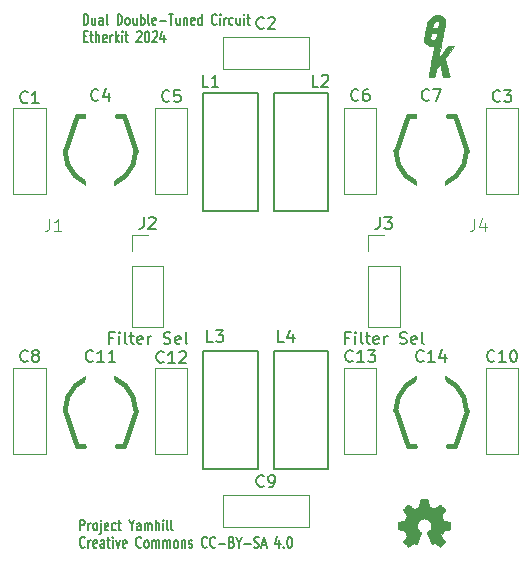
<source format=gto>
%TF.GenerationSoftware,KiCad,Pcbnew,7.0.10-7.0.10~ubuntu22.04.1*%
%TF.CreationDate,2024-01-03T18:08:33-08:00*%
%TF.ProjectId,YamhillDualDoubleTunedCircuit,59616d68-696c-46c4-9475-616c446f7562,A*%
%TF.SameCoordinates,Original*%
%TF.FileFunction,Legend,Top*%
%TF.FilePolarity,Positive*%
%FSLAX46Y46*%
G04 Gerber Fmt 4.6, Leading zero omitted, Abs format (unit mm)*
G04 Created by KiCad (PCBNEW 7.0.10-7.0.10~ubuntu22.04.1) date 2024-01-03 18:08:33*
%MOMM*%
%LPD*%
G01*
G04 APERTURE LIST*
%ADD10C,0.175000*%
%ADD11C,0.150000*%
%ADD12C,0.100000*%
%ADD13C,0.381000*%
%ADD14C,0.200000*%
%ADD15C,0.120000*%
%ADD16C,0.002540*%
%ADD17C,2.500000*%
%ADD18C,1.600000*%
%ADD19R,1.700000X1.700000*%
%ADD20O,1.700000X1.700000*%
%ADD21C,0.800000*%
%ADD22C,6.400000*%
%ADD23C,2.600000*%
G04 APERTURE END LIST*
D10*
X109281797Y-96131757D02*
X109281797Y-95231757D01*
X109281797Y-95231757D02*
X109548464Y-95231757D01*
X109548464Y-95231757D02*
X109615131Y-95274614D01*
X109615131Y-95274614D02*
X109648464Y-95317471D01*
X109648464Y-95317471D02*
X109681797Y-95403185D01*
X109681797Y-95403185D02*
X109681797Y-95531757D01*
X109681797Y-95531757D02*
X109648464Y-95617471D01*
X109648464Y-95617471D02*
X109615131Y-95660328D01*
X109615131Y-95660328D02*
X109548464Y-95703185D01*
X109548464Y-95703185D02*
X109281797Y-95703185D01*
X109981797Y-96131757D02*
X109981797Y-95531757D01*
X109981797Y-95703185D02*
X110015131Y-95617471D01*
X110015131Y-95617471D02*
X110048464Y-95574614D01*
X110048464Y-95574614D02*
X110115131Y-95531757D01*
X110115131Y-95531757D02*
X110181797Y-95531757D01*
X110515130Y-96131757D02*
X110448464Y-96088900D01*
X110448464Y-96088900D02*
X110415130Y-96046042D01*
X110415130Y-96046042D02*
X110381797Y-95960328D01*
X110381797Y-95960328D02*
X110381797Y-95703185D01*
X110381797Y-95703185D02*
X110415130Y-95617471D01*
X110415130Y-95617471D02*
X110448464Y-95574614D01*
X110448464Y-95574614D02*
X110515130Y-95531757D01*
X110515130Y-95531757D02*
X110615130Y-95531757D01*
X110615130Y-95531757D02*
X110681797Y-95574614D01*
X110681797Y-95574614D02*
X110715130Y-95617471D01*
X110715130Y-95617471D02*
X110748464Y-95703185D01*
X110748464Y-95703185D02*
X110748464Y-95960328D01*
X110748464Y-95960328D02*
X110715130Y-96046042D01*
X110715130Y-96046042D02*
X110681797Y-96088900D01*
X110681797Y-96088900D02*
X110615130Y-96131757D01*
X110615130Y-96131757D02*
X110515130Y-96131757D01*
X111048463Y-95531757D02*
X111048463Y-96303185D01*
X111048463Y-96303185D02*
X111015130Y-96388900D01*
X111015130Y-96388900D02*
X110948463Y-96431757D01*
X110948463Y-96431757D02*
X110915130Y-96431757D01*
X111048463Y-95231757D02*
X111015130Y-95274614D01*
X111015130Y-95274614D02*
X111048463Y-95317471D01*
X111048463Y-95317471D02*
X111081797Y-95274614D01*
X111081797Y-95274614D02*
X111048463Y-95231757D01*
X111048463Y-95231757D02*
X111048463Y-95317471D01*
X111648463Y-96088900D02*
X111581796Y-96131757D01*
X111581796Y-96131757D02*
X111448463Y-96131757D01*
X111448463Y-96131757D02*
X111381796Y-96088900D01*
X111381796Y-96088900D02*
X111348463Y-96003185D01*
X111348463Y-96003185D02*
X111348463Y-95660328D01*
X111348463Y-95660328D02*
X111381796Y-95574614D01*
X111381796Y-95574614D02*
X111448463Y-95531757D01*
X111448463Y-95531757D02*
X111581796Y-95531757D01*
X111581796Y-95531757D02*
X111648463Y-95574614D01*
X111648463Y-95574614D02*
X111681796Y-95660328D01*
X111681796Y-95660328D02*
X111681796Y-95746042D01*
X111681796Y-95746042D02*
X111348463Y-95831757D01*
X112281796Y-96088900D02*
X112215130Y-96131757D01*
X112215130Y-96131757D02*
X112081796Y-96131757D01*
X112081796Y-96131757D02*
X112015130Y-96088900D01*
X112015130Y-96088900D02*
X111981796Y-96046042D01*
X111981796Y-96046042D02*
X111948463Y-95960328D01*
X111948463Y-95960328D02*
X111948463Y-95703185D01*
X111948463Y-95703185D02*
X111981796Y-95617471D01*
X111981796Y-95617471D02*
X112015130Y-95574614D01*
X112015130Y-95574614D02*
X112081796Y-95531757D01*
X112081796Y-95531757D02*
X112215130Y-95531757D01*
X112215130Y-95531757D02*
X112281796Y-95574614D01*
X112481796Y-95531757D02*
X112748463Y-95531757D01*
X112581796Y-95231757D02*
X112581796Y-96003185D01*
X112581796Y-96003185D02*
X112615130Y-96088900D01*
X112615130Y-96088900D02*
X112681796Y-96131757D01*
X112681796Y-96131757D02*
X112748463Y-96131757D01*
X113648463Y-95703185D02*
X113648463Y-96131757D01*
X113415129Y-95231757D02*
X113648463Y-95703185D01*
X113648463Y-95703185D02*
X113881796Y-95231757D01*
X114415129Y-96131757D02*
X114415129Y-95660328D01*
X114415129Y-95660328D02*
X114381796Y-95574614D01*
X114381796Y-95574614D02*
X114315129Y-95531757D01*
X114315129Y-95531757D02*
X114181796Y-95531757D01*
X114181796Y-95531757D02*
X114115129Y-95574614D01*
X114415129Y-96088900D02*
X114348463Y-96131757D01*
X114348463Y-96131757D02*
X114181796Y-96131757D01*
X114181796Y-96131757D02*
X114115129Y-96088900D01*
X114115129Y-96088900D02*
X114081796Y-96003185D01*
X114081796Y-96003185D02*
X114081796Y-95917471D01*
X114081796Y-95917471D02*
X114115129Y-95831757D01*
X114115129Y-95831757D02*
X114181796Y-95788900D01*
X114181796Y-95788900D02*
X114348463Y-95788900D01*
X114348463Y-95788900D02*
X114415129Y-95746042D01*
X114748462Y-96131757D02*
X114748462Y-95531757D01*
X114748462Y-95617471D02*
X114781796Y-95574614D01*
X114781796Y-95574614D02*
X114848462Y-95531757D01*
X114848462Y-95531757D02*
X114948462Y-95531757D01*
X114948462Y-95531757D02*
X115015129Y-95574614D01*
X115015129Y-95574614D02*
X115048462Y-95660328D01*
X115048462Y-95660328D02*
X115048462Y-96131757D01*
X115048462Y-95660328D02*
X115081796Y-95574614D01*
X115081796Y-95574614D02*
X115148462Y-95531757D01*
X115148462Y-95531757D02*
X115248462Y-95531757D01*
X115248462Y-95531757D02*
X115315129Y-95574614D01*
X115315129Y-95574614D02*
X115348462Y-95660328D01*
X115348462Y-95660328D02*
X115348462Y-96131757D01*
X115681795Y-96131757D02*
X115681795Y-95231757D01*
X115981795Y-96131757D02*
X115981795Y-95660328D01*
X115981795Y-95660328D02*
X115948462Y-95574614D01*
X115948462Y-95574614D02*
X115881795Y-95531757D01*
X115881795Y-95531757D02*
X115781795Y-95531757D01*
X115781795Y-95531757D02*
X115715129Y-95574614D01*
X115715129Y-95574614D02*
X115681795Y-95617471D01*
X116315128Y-96131757D02*
X116315128Y-95531757D01*
X116315128Y-95231757D02*
X116281795Y-95274614D01*
X116281795Y-95274614D02*
X116315128Y-95317471D01*
X116315128Y-95317471D02*
X116348462Y-95274614D01*
X116348462Y-95274614D02*
X116315128Y-95231757D01*
X116315128Y-95231757D02*
X116315128Y-95317471D01*
X116748461Y-96131757D02*
X116681795Y-96088900D01*
X116681795Y-96088900D02*
X116648461Y-96003185D01*
X116648461Y-96003185D02*
X116648461Y-95231757D01*
X117115128Y-96131757D02*
X117048462Y-96088900D01*
X117048462Y-96088900D02*
X117015128Y-96003185D01*
X117015128Y-96003185D02*
X117015128Y-95231757D01*
X109681797Y-97495042D02*
X109648464Y-97537900D01*
X109648464Y-97537900D02*
X109548464Y-97580757D01*
X109548464Y-97580757D02*
X109481797Y-97580757D01*
X109481797Y-97580757D02*
X109381797Y-97537900D01*
X109381797Y-97537900D02*
X109315131Y-97452185D01*
X109315131Y-97452185D02*
X109281797Y-97366471D01*
X109281797Y-97366471D02*
X109248464Y-97195042D01*
X109248464Y-97195042D02*
X109248464Y-97066471D01*
X109248464Y-97066471D02*
X109281797Y-96895042D01*
X109281797Y-96895042D02*
X109315131Y-96809328D01*
X109315131Y-96809328D02*
X109381797Y-96723614D01*
X109381797Y-96723614D02*
X109481797Y-96680757D01*
X109481797Y-96680757D02*
X109548464Y-96680757D01*
X109548464Y-96680757D02*
X109648464Y-96723614D01*
X109648464Y-96723614D02*
X109681797Y-96766471D01*
X109981797Y-97580757D02*
X109981797Y-96980757D01*
X109981797Y-97152185D02*
X110015131Y-97066471D01*
X110015131Y-97066471D02*
X110048464Y-97023614D01*
X110048464Y-97023614D02*
X110115131Y-96980757D01*
X110115131Y-96980757D02*
X110181797Y-96980757D01*
X110681797Y-97537900D02*
X110615130Y-97580757D01*
X110615130Y-97580757D02*
X110481797Y-97580757D01*
X110481797Y-97580757D02*
X110415130Y-97537900D01*
X110415130Y-97537900D02*
X110381797Y-97452185D01*
X110381797Y-97452185D02*
X110381797Y-97109328D01*
X110381797Y-97109328D02*
X110415130Y-97023614D01*
X110415130Y-97023614D02*
X110481797Y-96980757D01*
X110481797Y-96980757D02*
X110615130Y-96980757D01*
X110615130Y-96980757D02*
X110681797Y-97023614D01*
X110681797Y-97023614D02*
X110715130Y-97109328D01*
X110715130Y-97109328D02*
X110715130Y-97195042D01*
X110715130Y-97195042D02*
X110381797Y-97280757D01*
X111315130Y-97580757D02*
X111315130Y-97109328D01*
X111315130Y-97109328D02*
X111281797Y-97023614D01*
X111281797Y-97023614D02*
X111215130Y-96980757D01*
X111215130Y-96980757D02*
X111081797Y-96980757D01*
X111081797Y-96980757D02*
X111015130Y-97023614D01*
X111315130Y-97537900D02*
X111248464Y-97580757D01*
X111248464Y-97580757D02*
X111081797Y-97580757D01*
X111081797Y-97580757D02*
X111015130Y-97537900D01*
X111015130Y-97537900D02*
X110981797Y-97452185D01*
X110981797Y-97452185D02*
X110981797Y-97366471D01*
X110981797Y-97366471D02*
X111015130Y-97280757D01*
X111015130Y-97280757D02*
X111081797Y-97237900D01*
X111081797Y-97237900D02*
X111248464Y-97237900D01*
X111248464Y-97237900D02*
X111315130Y-97195042D01*
X111548463Y-96980757D02*
X111815130Y-96980757D01*
X111648463Y-96680757D02*
X111648463Y-97452185D01*
X111648463Y-97452185D02*
X111681797Y-97537900D01*
X111681797Y-97537900D02*
X111748463Y-97580757D01*
X111748463Y-97580757D02*
X111815130Y-97580757D01*
X112048463Y-97580757D02*
X112048463Y-96980757D01*
X112048463Y-96680757D02*
X112015130Y-96723614D01*
X112015130Y-96723614D02*
X112048463Y-96766471D01*
X112048463Y-96766471D02*
X112081797Y-96723614D01*
X112081797Y-96723614D02*
X112048463Y-96680757D01*
X112048463Y-96680757D02*
X112048463Y-96766471D01*
X112315130Y-96980757D02*
X112481796Y-97580757D01*
X112481796Y-97580757D02*
X112648463Y-96980757D01*
X113181796Y-97537900D02*
X113115129Y-97580757D01*
X113115129Y-97580757D02*
X112981796Y-97580757D01*
X112981796Y-97580757D02*
X112915129Y-97537900D01*
X112915129Y-97537900D02*
X112881796Y-97452185D01*
X112881796Y-97452185D02*
X112881796Y-97109328D01*
X112881796Y-97109328D02*
X112915129Y-97023614D01*
X112915129Y-97023614D02*
X112981796Y-96980757D01*
X112981796Y-96980757D02*
X113115129Y-96980757D01*
X113115129Y-96980757D02*
X113181796Y-97023614D01*
X113181796Y-97023614D02*
X113215129Y-97109328D01*
X113215129Y-97109328D02*
X113215129Y-97195042D01*
X113215129Y-97195042D02*
X112881796Y-97280757D01*
X114448462Y-97495042D02*
X114415129Y-97537900D01*
X114415129Y-97537900D02*
X114315129Y-97580757D01*
X114315129Y-97580757D02*
X114248462Y-97580757D01*
X114248462Y-97580757D02*
X114148462Y-97537900D01*
X114148462Y-97537900D02*
X114081796Y-97452185D01*
X114081796Y-97452185D02*
X114048462Y-97366471D01*
X114048462Y-97366471D02*
X114015129Y-97195042D01*
X114015129Y-97195042D02*
X114015129Y-97066471D01*
X114015129Y-97066471D02*
X114048462Y-96895042D01*
X114048462Y-96895042D02*
X114081796Y-96809328D01*
X114081796Y-96809328D02*
X114148462Y-96723614D01*
X114148462Y-96723614D02*
X114248462Y-96680757D01*
X114248462Y-96680757D02*
X114315129Y-96680757D01*
X114315129Y-96680757D02*
X114415129Y-96723614D01*
X114415129Y-96723614D02*
X114448462Y-96766471D01*
X114848462Y-97580757D02*
X114781796Y-97537900D01*
X114781796Y-97537900D02*
X114748462Y-97495042D01*
X114748462Y-97495042D02*
X114715129Y-97409328D01*
X114715129Y-97409328D02*
X114715129Y-97152185D01*
X114715129Y-97152185D02*
X114748462Y-97066471D01*
X114748462Y-97066471D02*
X114781796Y-97023614D01*
X114781796Y-97023614D02*
X114848462Y-96980757D01*
X114848462Y-96980757D02*
X114948462Y-96980757D01*
X114948462Y-96980757D02*
X115015129Y-97023614D01*
X115015129Y-97023614D02*
X115048462Y-97066471D01*
X115048462Y-97066471D02*
X115081796Y-97152185D01*
X115081796Y-97152185D02*
X115081796Y-97409328D01*
X115081796Y-97409328D02*
X115048462Y-97495042D01*
X115048462Y-97495042D02*
X115015129Y-97537900D01*
X115015129Y-97537900D02*
X114948462Y-97580757D01*
X114948462Y-97580757D02*
X114848462Y-97580757D01*
X115381795Y-97580757D02*
X115381795Y-96980757D01*
X115381795Y-97066471D02*
X115415129Y-97023614D01*
X115415129Y-97023614D02*
X115481795Y-96980757D01*
X115481795Y-96980757D02*
X115581795Y-96980757D01*
X115581795Y-96980757D02*
X115648462Y-97023614D01*
X115648462Y-97023614D02*
X115681795Y-97109328D01*
X115681795Y-97109328D02*
X115681795Y-97580757D01*
X115681795Y-97109328D02*
X115715129Y-97023614D01*
X115715129Y-97023614D02*
X115781795Y-96980757D01*
X115781795Y-96980757D02*
X115881795Y-96980757D01*
X115881795Y-96980757D02*
X115948462Y-97023614D01*
X115948462Y-97023614D02*
X115981795Y-97109328D01*
X115981795Y-97109328D02*
X115981795Y-97580757D01*
X116315128Y-97580757D02*
X116315128Y-96980757D01*
X116315128Y-97066471D02*
X116348462Y-97023614D01*
X116348462Y-97023614D02*
X116415128Y-96980757D01*
X116415128Y-96980757D02*
X116515128Y-96980757D01*
X116515128Y-96980757D02*
X116581795Y-97023614D01*
X116581795Y-97023614D02*
X116615128Y-97109328D01*
X116615128Y-97109328D02*
X116615128Y-97580757D01*
X116615128Y-97109328D02*
X116648462Y-97023614D01*
X116648462Y-97023614D02*
X116715128Y-96980757D01*
X116715128Y-96980757D02*
X116815128Y-96980757D01*
X116815128Y-96980757D02*
X116881795Y-97023614D01*
X116881795Y-97023614D02*
X116915128Y-97109328D01*
X116915128Y-97109328D02*
X116915128Y-97580757D01*
X117348461Y-97580757D02*
X117281795Y-97537900D01*
X117281795Y-97537900D02*
X117248461Y-97495042D01*
X117248461Y-97495042D02*
X117215128Y-97409328D01*
X117215128Y-97409328D02*
X117215128Y-97152185D01*
X117215128Y-97152185D02*
X117248461Y-97066471D01*
X117248461Y-97066471D02*
X117281795Y-97023614D01*
X117281795Y-97023614D02*
X117348461Y-96980757D01*
X117348461Y-96980757D02*
X117448461Y-96980757D01*
X117448461Y-96980757D02*
X117515128Y-97023614D01*
X117515128Y-97023614D02*
X117548461Y-97066471D01*
X117548461Y-97066471D02*
X117581795Y-97152185D01*
X117581795Y-97152185D02*
X117581795Y-97409328D01*
X117581795Y-97409328D02*
X117548461Y-97495042D01*
X117548461Y-97495042D02*
X117515128Y-97537900D01*
X117515128Y-97537900D02*
X117448461Y-97580757D01*
X117448461Y-97580757D02*
X117348461Y-97580757D01*
X117881794Y-96980757D02*
X117881794Y-97580757D01*
X117881794Y-97066471D02*
X117915128Y-97023614D01*
X117915128Y-97023614D02*
X117981794Y-96980757D01*
X117981794Y-96980757D02*
X118081794Y-96980757D01*
X118081794Y-96980757D02*
X118148461Y-97023614D01*
X118148461Y-97023614D02*
X118181794Y-97109328D01*
X118181794Y-97109328D02*
X118181794Y-97580757D01*
X118481794Y-97537900D02*
X118548461Y-97580757D01*
X118548461Y-97580757D02*
X118681794Y-97580757D01*
X118681794Y-97580757D02*
X118748461Y-97537900D01*
X118748461Y-97537900D02*
X118781794Y-97452185D01*
X118781794Y-97452185D02*
X118781794Y-97409328D01*
X118781794Y-97409328D02*
X118748461Y-97323614D01*
X118748461Y-97323614D02*
X118681794Y-97280757D01*
X118681794Y-97280757D02*
X118581794Y-97280757D01*
X118581794Y-97280757D02*
X118515127Y-97237900D01*
X118515127Y-97237900D02*
X118481794Y-97152185D01*
X118481794Y-97152185D02*
X118481794Y-97109328D01*
X118481794Y-97109328D02*
X118515127Y-97023614D01*
X118515127Y-97023614D02*
X118581794Y-96980757D01*
X118581794Y-96980757D02*
X118681794Y-96980757D01*
X118681794Y-96980757D02*
X118748461Y-97023614D01*
X120015127Y-97495042D02*
X119981794Y-97537900D01*
X119981794Y-97537900D02*
X119881794Y-97580757D01*
X119881794Y-97580757D02*
X119815127Y-97580757D01*
X119815127Y-97580757D02*
X119715127Y-97537900D01*
X119715127Y-97537900D02*
X119648461Y-97452185D01*
X119648461Y-97452185D02*
X119615127Y-97366471D01*
X119615127Y-97366471D02*
X119581794Y-97195042D01*
X119581794Y-97195042D02*
X119581794Y-97066471D01*
X119581794Y-97066471D02*
X119615127Y-96895042D01*
X119615127Y-96895042D02*
X119648461Y-96809328D01*
X119648461Y-96809328D02*
X119715127Y-96723614D01*
X119715127Y-96723614D02*
X119815127Y-96680757D01*
X119815127Y-96680757D02*
X119881794Y-96680757D01*
X119881794Y-96680757D02*
X119981794Y-96723614D01*
X119981794Y-96723614D02*
X120015127Y-96766471D01*
X120715127Y-97495042D02*
X120681794Y-97537900D01*
X120681794Y-97537900D02*
X120581794Y-97580757D01*
X120581794Y-97580757D02*
X120515127Y-97580757D01*
X120515127Y-97580757D02*
X120415127Y-97537900D01*
X120415127Y-97537900D02*
X120348461Y-97452185D01*
X120348461Y-97452185D02*
X120315127Y-97366471D01*
X120315127Y-97366471D02*
X120281794Y-97195042D01*
X120281794Y-97195042D02*
X120281794Y-97066471D01*
X120281794Y-97066471D02*
X120315127Y-96895042D01*
X120315127Y-96895042D02*
X120348461Y-96809328D01*
X120348461Y-96809328D02*
X120415127Y-96723614D01*
X120415127Y-96723614D02*
X120515127Y-96680757D01*
X120515127Y-96680757D02*
X120581794Y-96680757D01*
X120581794Y-96680757D02*
X120681794Y-96723614D01*
X120681794Y-96723614D02*
X120715127Y-96766471D01*
X121015127Y-97237900D02*
X121548461Y-97237900D01*
X122115128Y-97109328D02*
X122215128Y-97152185D01*
X122215128Y-97152185D02*
X122248461Y-97195042D01*
X122248461Y-97195042D02*
X122281794Y-97280757D01*
X122281794Y-97280757D02*
X122281794Y-97409328D01*
X122281794Y-97409328D02*
X122248461Y-97495042D01*
X122248461Y-97495042D02*
X122215128Y-97537900D01*
X122215128Y-97537900D02*
X122148461Y-97580757D01*
X122148461Y-97580757D02*
X121881794Y-97580757D01*
X121881794Y-97580757D02*
X121881794Y-96680757D01*
X121881794Y-96680757D02*
X122115128Y-96680757D01*
X122115128Y-96680757D02*
X122181794Y-96723614D01*
X122181794Y-96723614D02*
X122215128Y-96766471D01*
X122215128Y-96766471D02*
X122248461Y-96852185D01*
X122248461Y-96852185D02*
X122248461Y-96937900D01*
X122248461Y-96937900D02*
X122215128Y-97023614D01*
X122215128Y-97023614D02*
X122181794Y-97066471D01*
X122181794Y-97066471D02*
X122115128Y-97109328D01*
X122115128Y-97109328D02*
X121881794Y-97109328D01*
X122715128Y-97152185D02*
X122715128Y-97580757D01*
X122481794Y-96680757D02*
X122715128Y-97152185D01*
X122715128Y-97152185D02*
X122948461Y-96680757D01*
X123181794Y-97237900D02*
X123715128Y-97237900D01*
X124015128Y-97537900D02*
X124115128Y-97580757D01*
X124115128Y-97580757D02*
X124281795Y-97580757D01*
X124281795Y-97580757D02*
X124348461Y-97537900D01*
X124348461Y-97537900D02*
X124381795Y-97495042D01*
X124381795Y-97495042D02*
X124415128Y-97409328D01*
X124415128Y-97409328D02*
X124415128Y-97323614D01*
X124415128Y-97323614D02*
X124381795Y-97237900D01*
X124381795Y-97237900D02*
X124348461Y-97195042D01*
X124348461Y-97195042D02*
X124281795Y-97152185D01*
X124281795Y-97152185D02*
X124148461Y-97109328D01*
X124148461Y-97109328D02*
X124081795Y-97066471D01*
X124081795Y-97066471D02*
X124048461Y-97023614D01*
X124048461Y-97023614D02*
X124015128Y-96937900D01*
X124015128Y-96937900D02*
X124015128Y-96852185D01*
X124015128Y-96852185D02*
X124048461Y-96766471D01*
X124048461Y-96766471D02*
X124081795Y-96723614D01*
X124081795Y-96723614D02*
X124148461Y-96680757D01*
X124148461Y-96680757D02*
X124315128Y-96680757D01*
X124315128Y-96680757D02*
X124415128Y-96723614D01*
X124681795Y-97323614D02*
X125015128Y-97323614D01*
X124615128Y-97580757D02*
X124848462Y-96680757D01*
X124848462Y-96680757D02*
X125081795Y-97580757D01*
X126148461Y-96980757D02*
X126148461Y-97580757D01*
X125981795Y-96637900D02*
X125815128Y-97280757D01*
X125815128Y-97280757D02*
X126248461Y-97280757D01*
X126515128Y-97495042D02*
X126548462Y-97537900D01*
X126548462Y-97537900D02*
X126515128Y-97580757D01*
X126515128Y-97580757D02*
X126481795Y-97537900D01*
X126481795Y-97537900D02*
X126515128Y-97495042D01*
X126515128Y-97495042D02*
X126515128Y-97580757D01*
X126981795Y-96680757D02*
X127048461Y-96680757D01*
X127048461Y-96680757D02*
X127115128Y-96723614D01*
X127115128Y-96723614D02*
X127148461Y-96766471D01*
X127148461Y-96766471D02*
X127181795Y-96852185D01*
X127181795Y-96852185D02*
X127215128Y-97023614D01*
X127215128Y-97023614D02*
X127215128Y-97237900D01*
X127215128Y-97237900D02*
X127181795Y-97409328D01*
X127181795Y-97409328D02*
X127148461Y-97495042D01*
X127148461Y-97495042D02*
X127115128Y-97537900D01*
X127115128Y-97537900D02*
X127048461Y-97580757D01*
X127048461Y-97580757D02*
X126981795Y-97580757D01*
X126981795Y-97580757D02*
X126915128Y-97537900D01*
X126915128Y-97537900D02*
X126881795Y-97495042D01*
X126881795Y-97495042D02*
X126848461Y-97409328D01*
X126848461Y-97409328D02*
X126815128Y-97237900D01*
X126815128Y-97237900D02*
X126815128Y-97023614D01*
X126815128Y-97023614D02*
X126848461Y-96852185D01*
X126848461Y-96852185D02*
X126881795Y-96766471D01*
X126881795Y-96766471D02*
X126915128Y-96723614D01*
X126915128Y-96723614D02*
X126981795Y-96680757D01*
X109581797Y-53331757D02*
X109581797Y-52431757D01*
X109581797Y-52431757D02*
X109748464Y-52431757D01*
X109748464Y-52431757D02*
X109848464Y-52474614D01*
X109848464Y-52474614D02*
X109915131Y-52560328D01*
X109915131Y-52560328D02*
X109948464Y-52646042D01*
X109948464Y-52646042D02*
X109981797Y-52817471D01*
X109981797Y-52817471D02*
X109981797Y-52946042D01*
X109981797Y-52946042D02*
X109948464Y-53117471D01*
X109948464Y-53117471D02*
X109915131Y-53203185D01*
X109915131Y-53203185D02*
X109848464Y-53288900D01*
X109848464Y-53288900D02*
X109748464Y-53331757D01*
X109748464Y-53331757D02*
X109581797Y-53331757D01*
X110581797Y-52731757D02*
X110581797Y-53331757D01*
X110281797Y-52731757D02*
X110281797Y-53203185D01*
X110281797Y-53203185D02*
X110315131Y-53288900D01*
X110315131Y-53288900D02*
X110381797Y-53331757D01*
X110381797Y-53331757D02*
X110481797Y-53331757D01*
X110481797Y-53331757D02*
X110548464Y-53288900D01*
X110548464Y-53288900D02*
X110581797Y-53246042D01*
X111215130Y-53331757D02*
X111215130Y-52860328D01*
X111215130Y-52860328D02*
X111181797Y-52774614D01*
X111181797Y-52774614D02*
X111115130Y-52731757D01*
X111115130Y-52731757D02*
X110981797Y-52731757D01*
X110981797Y-52731757D02*
X110915130Y-52774614D01*
X111215130Y-53288900D02*
X111148464Y-53331757D01*
X111148464Y-53331757D02*
X110981797Y-53331757D01*
X110981797Y-53331757D02*
X110915130Y-53288900D01*
X110915130Y-53288900D02*
X110881797Y-53203185D01*
X110881797Y-53203185D02*
X110881797Y-53117471D01*
X110881797Y-53117471D02*
X110915130Y-53031757D01*
X110915130Y-53031757D02*
X110981797Y-52988900D01*
X110981797Y-52988900D02*
X111148464Y-52988900D01*
X111148464Y-52988900D02*
X111215130Y-52946042D01*
X111648463Y-53331757D02*
X111581797Y-53288900D01*
X111581797Y-53288900D02*
X111548463Y-53203185D01*
X111548463Y-53203185D02*
X111548463Y-52431757D01*
X112448463Y-53331757D02*
X112448463Y-52431757D01*
X112448463Y-52431757D02*
X112615130Y-52431757D01*
X112615130Y-52431757D02*
X112715130Y-52474614D01*
X112715130Y-52474614D02*
X112781797Y-52560328D01*
X112781797Y-52560328D02*
X112815130Y-52646042D01*
X112815130Y-52646042D02*
X112848463Y-52817471D01*
X112848463Y-52817471D02*
X112848463Y-52946042D01*
X112848463Y-52946042D02*
X112815130Y-53117471D01*
X112815130Y-53117471D02*
X112781797Y-53203185D01*
X112781797Y-53203185D02*
X112715130Y-53288900D01*
X112715130Y-53288900D02*
X112615130Y-53331757D01*
X112615130Y-53331757D02*
X112448463Y-53331757D01*
X113248463Y-53331757D02*
X113181797Y-53288900D01*
X113181797Y-53288900D02*
X113148463Y-53246042D01*
X113148463Y-53246042D02*
X113115130Y-53160328D01*
X113115130Y-53160328D02*
X113115130Y-52903185D01*
X113115130Y-52903185D02*
X113148463Y-52817471D01*
X113148463Y-52817471D02*
X113181797Y-52774614D01*
X113181797Y-52774614D02*
X113248463Y-52731757D01*
X113248463Y-52731757D02*
X113348463Y-52731757D01*
X113348463Y-52731757D02*
X113415130Y-52774614D01*
X113415130Y-52774614D02*
X113448463Y-52817471D01*
X113448463Y-52817471D02*
X113481797Y-52903185D01*
X113481797Y-52903185D02*
X113481797Y-53160328D01*
X113481797Y-53160328D02*
X113448463Y-53246042D01*
X113448463Y-53246042D02*
X113415130Y-53288900D01*
X113415130Y-53288900D02*
X113348463Y-53331757D01*
X113348463Y-53331757D02*
X113248463Y-53331757D01*
X114081796Y-52731757D02*
X114081796Y-53331757D01*
X113781796Y-52731757D02*
X113781796Y-53203185D01*
X113781796Y-53203185D02*
X113815130Y-53288900D01*
X113815130Y-53288900D02*
X113881796Y-53331757D01*
X113881796Y-53331757D02*
X113981796Y-53331757D01*
X113981796Y-53331757D02*
X114048463Y-53288900D01*
X114048463Y-53288900D02*
X114081796Y-53246042D01*
X114415129Y-53331757D02*
X114415129Y-52431757D01*
X114415129Y-52774614D02*
X114481796Y-52731757D01*
X114481796Y-52731757D02*
X114615129Y-52731757D01*
X114615129Y-52731757D02*
X114681796Y-52774614D01*
X114681796Y-52774614D02*
X114715129Y-52817471D01*
X114715129Y-52817471D02*
X114748463Y-52903185D01*
X114748463Y-52903185D02*
X114748463Y-53160328D01*
X114748463Y-53160328D02*
X114715129Y-53246042D01*
X114715129Y-53246042D02*
X114681796Y-53288900D01*
X114681796Y-53288900D02*
X114615129Y-53331757D01*
X114615129Y-53331757D02*
X114481796Y-53331757D01*
X114481796Y-53331757D02*
X114415129Y-53288900D01*
X115148462Y-53331757D02*
X115081796Y-53288900D01*
X115081796Y-53288900D02*
X115048462Y-53203185D01*
X115048462Y-53203185D02*
X115048462Y-52431757D01*
X115681796Y-53288900D02*
X115615129Y-53331757D01*
X115615129Y-53331757D02*
X115481796Y-53331757D01*
X115481796Y-53331757D02*
X115415129Y-53288900D01*
X115415129Y-53288900D02*
X115381796Y-53203185D01*
X115381796Y-53203185D02*
X115381796Y-52860328D01*
X115381796Y-52860328D02*
X115415129Y-52774614D01*
X115415129Y-52774614D02*
X115481796Y-52731757D01*
X115481796Y-52731757D02*
X115615129Y-52731757D01*
X115615129Y-52731757D02*
X115681796Y-52774614D01*
X115681796Y-52774614D02*
X115715129Y-52860328D01*
X115715129Y-52860328D02*
X115715129Y-52946042D01*
X115715129Y-52946042D02*
X115381796Y-53031757D01*
X116015129Y-52988900D02*
X116548463Y-52988900D01*
X116781796Y-52431757D02*
X117181796Y-52431757D01*
X116981796Y-53331757D02*
X116981796Y-52431757D01*
X117715129Y-52731757D02*
X117715129Y-53331757D01*
X117415129Y-52731757D02*
X117415129Y-53203185D01*
X117415129Y-53203185D02*
X117448463Y-53288900D01*
X117448463Y-53288900D02*
X117515129Y-53331757D01*
X117515129Y-53331757D02*
X117615129Y-53331757D01*
X117615129Y-53331757D02*
X117681796Y-53288900D01*
X117681796Y-53288900D02*
X117715129Y-53246042D01*
X118048462Y-52731757D02*
X118048462Y-53331757D01*
X118048462Y-52817471D02*
X118081796Y-52774614D01*
X118081796Y-52774614D02*
X118148462Y-52731757D01*
X118148462Y-52731757D02*
X118248462Y-52731757D01*
X118248462Y-52731757D02*
X118315129Y-52774614D01*
X118315129Y-52774614D02*
X118348462Y-52860328D01*
X118348462Y-52860328D02*
X118348462Y-53331757D01*
X118948462Y-53288900D02*
X118881795Y-53331757D01*
X118881795Y-53331757D02*
X118748462Y-53331757D01*
X118748462Y-53331757D02*
X118681795Y-53288900D01*
X118681795Y-53288900D02*
X118648462Y-53203185D01*
X118648462Y-53203185D02*
X118648462Y-52860328D01*
X118648462Y-52860328D02*
X118681795Y-52774614D01*
X118681795Y-52774614D02*
X118748462Y-52731757D01*
X118748462Y-52731757D02*
X118881795Y-52731757D01*
X118881795Y-52731757D02*
X118948462Y-52774614D01*
X118948462Y-52774614D02*
X118981795Y-52860328D01*
X118981795Y-52860328D02*
X118981795Y-52946042D01*
X118981795Y-52946042D02*
X118648462Y-53031757D01*
X119581795Y-53331757D02*
X119581795Y-52431757D01*
X119581795Y-53288900D02*
X119515129Y-53331757D01*
X119515129Y-53331757D02*
X119381795Y-53331757D01*
X119381795Y-53331757D02*
X119315129Y-53288900D01*
X119315129Y-53288900D02*
X119281795Y-53246042D01*
X119281795Y-53246042D02*
X119248462Y-53160328D01*
X119248462Y-53160328D02*
X119248462Y-52903185D01*
X119248462Y-52903185D02*
X119281795Y-52817471D01*
X119281795Y-52817471D02*
X119315129Y-52774614D01*
X119315129Y-52774614D02*
X119381795Y-52731757D01*
X119381795Y-52731757D02*
X119515129Y-52731757D01*
X119515129Y-52731757D02*
X119581795Y-52774614D01*
X120848461Y-53246042D02*
X120815128Y-53288900D01*
X120815128Y-53288900D02*
X120715128Y-53331757D01*
X120715128Y-53331757D02*
X120648461Y-53331757D01*
X120648461Y-53331757D02*
X120548461Y-53288900D01*
X120548461Y-53288900D02*
X120481795Y-53203185D01*
X120481795Y-53203185D02*
X120448461Y-53117471D01*
X120448461Y-53117471D02*
X120415128Y-52946042D01*
X120415128Y-52946042D02*
X120415128Y-52817471D01*
X120415128Y-52817471D02*
X120448461Y-52646042D01*
X120448461Y-52646042D02*
X120481795Y-52560328D01*
X120481795Y-52560328D02*
X120548461Y-52474614D01*
X120548461Y-52474614D02*
X120648461Y-52431757D01*
X120648461Y-52431757D02*
X120715128Y-52431757D01*
X120715128Y-52431757D02*
X120815128Y-52474614D01*
X120815128Y-52474614D02*
X120848461Y-52517471D01*
X121148461Y-53331757D02*
X121148461Y-52731757D01*
X121148461Y-52431757D02*
X121115128Y-52474614D01*
X121115128Y-52474614D02*
X121148461Y-52517471D01*
X121148461Y-52517471D02*
X121181795Y-52474614D01*
X121181795Y-52474614D02*
X121148461Y-52431757D01*
X121148461Y-52431757D02*
X121148461Y-52517471D01*
X121481794Y-53331757D02*
X121481794Y-52731757D01*
X121481794Y-52903185D02*
X121515128Y-52817471D01*
X121515128Y-52817471D02*
X121548461Y-52774614D01*
X121548461Y-52774614D02*
X121615128Y-52731757D01*
X121615128Y-52731757D02*
X121681794Y-52731757D01*
X122215127Y-53288900D02*
X122148461Y-53331757D01*
X122148461Y-53331757D02*
X122015127Y-53331757D01*
X122015127Y-53331757D02*
X121948461Y-53288900D01*
X121948461Y-53288900D02*
X121915127Y-53246042D01*
X121915127Y-53246042D02*
X121881794Y-53160328D01*
X121881794Y-53160328D02*
X121881794Y-52903185D01*
X121881794Y-52903185D02*
X121915127Y-52817471D01*
X121915127Y-52817471D02*
X121948461Y-52774614D01*
X121948461Y-52774614D02*
X122015127Y-52731757D01*
X122015127Y-52731757D02*
X122148461Y-52731757D01*
X122148461Y-52731757D02*
X122215127Y-52774614D01*
X122815127Y-52731757D02*
X122815127Y-53331757D01*
X122515127Y-52731757D02*
X122515127Y-53203185D01*
X122515127Y-53203185D02*
X122548461Y-53288900D01*
X122548461Y-53288900D02*
X122615127Y-53331757D01*
X122615127Y-53331757D02*
X122715127Y-53331757D01*
X122715127Y-53331757D02*
X122781794Y-53288900D01*
X122781794Y-53288900D02*
X122815127Y-53246042D01*
X123148460Y-53331757D02*
X123148460Y-52731757D01*
X123148460Y-52431757D02*
X123115127Y-52474614D01*
X123115127Y-52474614D02*
X123148460Y-52517471D01*
X123148460Y-52517471D02*
X123181794Y-52474614D01*
X123181794Y-52474614D02*
X123148460Y-52431757D01*
X123148460Y-52431757D02*
X123148460Y-52517471D01*
X123381793Y-52731757D02*
X123648460Y-52731757D01*
X123481793Y-52431757D02*
X123481793Y-53203185D01*
X123481793Y-53203185D02*
X123515127Y-53288900D01*
X123515127Y-53288900D02*
X123581793Y-53331757D01*
X123581793Y-53331757D02*
X123648460Y-53331757D01*
X109581797Y-54309328D02*
X109815131Y-54309328D01*
X109915131Y-54780757D02*
X109581797Y-54780757D01*
X109581797Y-54780757D02*
X109581797Y-53880757D01*
X109581797Y-53880757D02*
X109915131Y-53880757D01*
X110115130Y-54180757D02*
X110381797Y-54180757D01*
X110215130Y-53880757D02*
X110215130Y-54652185D01*
X110215130Y-54652185D02*
X110248464Y-54737900D01*
X110248464Y-54737900D02*
X110315130Y-54780757D01*
X110315130Y-54780757D02*
X110381797Y-54780757D01*
X110615130Y-54780757D02*
X110615130Y-53880757D01*
X110915130Y-54780757D02*
X110915130Y-54309328D01*
X110915130Y-54309328D02*
X110881797Y-54223614D01*
X110881797Y-54223614D02*
X110815130Y-54180757D01*
X110815130Y-54180757D02*
X110715130Y-54180757D01*
X110715130Y-54180757D02*
X110648464Y-54223614D01*
X110648464Y-54223614D02*
X110615130Y-54266471D01*
X111515130Y-54737900D02*
X111448463Y-54780757D01*
X111448463Y-54780757D02*
X111315130Y-54780757D01*
X111315130Y-54780757D02*
X111248463Y-54737900D01*
X111248463Y-54737900D02*
X111215130Y-54652185D01*
X111215130Y-54652185D02*
X111215130Y-54309328D01*
X111215130Y-54309328D02*
X111248463Y-54223614D01*
X111248463Y-54223614D02*
X111315130Y-54180757D01*
X111315130Y-54180757D02*
X111448463Y-54180757D01*
X111448463Y-54180757D02*
X111515130Y-54223614D01*
X111515130Y-54223614D02*
X111548463Y-54309328D01*
X111548463Y-54309328D02*
X111548463Y-54395042D01*
X111548463Y-54395042D02*
X111215130Y-54480757D01*
X111848463Y-54780757D02*
X111848463Y-54180757D01*
X111848463Y-54352185D02*
X111881797Y-54266471D01*
X111881797Y-54266471D02*
X111915130Y-54223614D01*
X111915130Y-54223614D02*
X111981797Y-54180757D01*
X111981797Y-54180757D02*
X112048463Y-54180757D01*
X112281796Y-54780757D02*
X112281796Y-53880757D01*
X112348463Y-54437900D02*
X112548463Y-54780757D01*
X112548463Y-54180757D02*
X112281796Y-54523614D01*
X112848463Y-54780757D02*
X112848463Y-54180757D01*
X112848463Y-53880757D02*
X112815130Y-53923614D01*
X112815130Y-53923614D02*
X112848463Y-53966471D01*
X112848463Y-53966471D02*
X112881797Y-53923614D01*
X112881797Y-53923614D02*
X112848463Y-53880757D01*
X112848463Y-53880757D02*
X112848463Y-53966471D01*
X113081796Y-54180757D02*
X113348463Y-54180757D01*
X113181796Y-53880757D02*
X113181796Y-54652185D01*
X113181796Y-54652185D02*
X113215130Y-54737900D01*
X113215130Y-54737900D02*
X113281796Y-54780757D01*
X113281796Y-54780757D02*
X113348463Y-54780757D01*
X114081796Y-53966471D02*
X114115129Y-53923614D01*
X114115129Y-53923614D02*
X114181796Y-53880757D01*
X114181796Y-53880757D02*
X114348463Y-53880757D01*
X114348463Y-53880757D02*
X114415129Y-53923614D01*
X114415129Y-53923614D02*
X114448463Y-53966471D01*
X114448463Y-53966471D02*
X114481796Y-54052185D01*
X114481796Y-54052185D02*
X114481796Y-54137900D01*
X114481796Y-54137900D02*
X114448463Y-54266471D01*
X114448463Y-54266471D02*
X114048463Y-54780757D01*
X114048463Y-54780757D02*
X114481796Y-54780757D01*
X114915130Y-53880757D02*
X114981796Y-53880757D01*
X114981796Y-53880757D02*
X115048463Y-53923614D01*
X115048463Y-53923614D02*
X115081796Y-53966471D01*
X115081796Y-53966471D02*
X115115130Y-54052185D01*
X115115130Y-54052185D02*
X115148463Y-54223614D01*
X115148463Y-54223614D02*
X115148463Y-54437900D01*
X115148463Y-54437900D02*
X115115130Y-54609328D01*
X115115130Y-54609328D02*
X115081796Y-54695042D01*
X115081796Y-54695042D02*
X115048463Y-54737900D01*
X115048463Y-54737900D02*
X114981796Y-54780757D01*
X114981796Y-54780757D02*
X114915130Y-54780757D01*
X114915130Y-54780757D02*
X114848463Y-54737900D01*
X114848463Y-54737900D02*
X114815130Y-54695042D01*
X114815130Y-54695042D02*
X114781796Y-54609328D01*
X114781796Y-54609328D02*
X114748463Y-54437900D01*
X114748463Y-54437900D02*
X114748463Y-54223614D01*
X114748463Y-54223614D02*
X114781796Y-54052185D01*
X114781796Y-54052185D02*
X114815130Y-53966471D01*
X114815130Y-53966471D02*
X114848463Y-53923614D01*
X114848463Y-53923614D02*
X114915130Y-53880757D01*
X115415130Y-53966471D02*
X115448463Y-53923614D01*
X115448463Y-53923614D02*
X115515130Y-53880757D01*
X115515130Y-53880757D02*
X115681797Y-53880757D01*
X115681797Y-53880757D02*
X115748463Y-53923614D01*
X115748463Y-53923614D02*
X115781797Y-53966471D01*
X115781797Y-53966471D02*
X115815130Y-54052185D01*
X115815130Y-54052185D02*
X115815130Y-54137900D01*
X115815130Y-54137900D02*
X115781797Y-54266471D01*
X115781797Y-54266471D02*
X115381797Y-54780757D01*
X115381797Y-54780757D02*
X115815130Y-54780757D01*
X116415130Y-54180757D02*
X116415130Y-54780757D01*
X116248464Y-53837900D02*
X116081797Y-54480757D01*
X116081797Y-54480757D02*
X116515130Y-54480757D01*
D11*
X138357142Y-81759580D02*
X138309523Y-81807200D01*
X138309523Y-81807200D02*
X138166666Y-81854819D01*
X138166666Y-81854819D02*
X138071428Y-81854819D01*
X138071428Y-81854819D02*
X137928571Y-81807200D01*
X137928571Y-81807200D02*
X137833333Y-81711961D01*
X137833333Y-81711961D02*
X137785714Y-81616723D01*
X137785714Y-81616723D02*
X137738095Y-81426247D01*
X137738095Y-81426247D02*
X137738095Y-81283390D01*
X137738095Y-81283390D02*
X137785714Y-81092914D01*
X137785714Y-81092914D02*
X137833333Y-80997676D01*
X137833333Y-80997676D02*
X137928571Y-80902438D01*
X137928571Y-80902438D02*
X138071428Y-80854819D01*
X138071428Y-80854819D02*
X138166666Y-80854819D01*
X138166666Y-80854819D02*
X138309523Y-80902438D01*
X138309523Y-80902438D02*
X138357142Y-80950057D01*
X139309523Y-81854819D02*
X138738095Y-81854819D01*
X139023809Y-81854819D02*
X139023809Y-80854819D01*
X139023809Y-80854819D02*
X138928571Y-80997676D01*
X138928571Y-80997676D02*
X138833333Y-81092914D01*
X138833333Y-81092914D02*
X138738095Y-81140533D01*
X140166666Y-81188152D02*
X140166666Y-81854819D01*
X139928571Y-80807200D02*
X139690476Y-81521485D01*
X139690476Y-81521485D02*
X140309523Y-81521485D01*
X120133333Y-58554819D02*
X119657143Y-58554819D01*
X119657143Y-58554819D02*
X119657143Y-57554819D01*
X120990476Y-58554819D02*
X120419048Y-58554819D01*
X120704762Y-58554819D02*
X120704762Y-57554819D01*
X120704762Y-57554819D02*
X120609524Y-57697676D01*
X120609524Y-57697676D02*
X120514286Y-57792914D01*
X120514286Y-57792914D02*
X120419048Y-57840533D01*
X134666666Y-69599819D02*
X134666666Y-70314104D01*
X134666666Y-70314104D02*
X134619047Y-70456961D01*
X134619047Y-70456961D02*
X134523809Y-70552200D01*
X134523809Y-70552200D02*
X134380952Y-70599819D01*
X134380952Y-70599819D02*
X134285714Y-70599819D01*
X135047619Y-69599819D02*
X135666666Y-69599819D01*
X135666666Y-69599819D02*
X135333333Y-69980771D01*
X135333333Y-69980771D02*
X135476190Y-69980771D01*
X135476190Y-69980771D02*
X135571428Y-70028390D01*
X135571428Y-70028390D02*
X135619047Y-70076009D01*
X135619047Y-70076009D02*
X135666666Y-70171247D01*
X135666666Y-70171247D02*
X135666666Y-70409342D01*
X135666666Y-70409342D02*
X135619047Y-70504580D01*
X135619047Y-70504580D02*
X135571428Y-70552200D01*
X135571428Y-70552200D02*
X135476190Y-70599819D01*
X135476190Y-70599819D02*
X135190476Y-70599819D01*
X135190476Y-70599819D02*
X135095238Y-70552200D01*
X135095238Y-70552200D02*
X135047619Y-70504580D01*
X132071427Y-79816009D02*
X131738094Y-79816009D01*
X131738094Y-80339819D02*
X131738094Y-79339819D01*
X131738094Y-79339819D02*
X132214284Y-79339819D01*
X132595237Y-80339819D02*
X132595237Y-79673152D01*
X132595237Y-79339819D02*
X132547618Y-79387438D01*
X132547618Y-79387438D02*
X132595237Y-79435057D01*
X132595237Y-79435057D02*
X132642856Y-79387438D01*
X132642856Y-79387438D02*
X132595237Y-79339819D01*
X132595237Y-79339819D02*
X132595237Y-79435057D01*
X133214284Y-80339819D02*
X133119046Y-80292200D01*
X133119046Y-80292200D02*
X133071427Y-80196961D01*
X133071427Y-80196961D02*
X133071427Y-79339819D01*
X133452380Y-79673152D02*
X133833332Y-79673152D01*
X133595237Y-79339819D02*
X133595237Y-80196961D01*
X133595237Y-80196961D02*
X133642856Y-80292200D01*
X133642856Y-80292200D02*
X133738094Y-80339819D01*
X133738094Y-80339819D02*
X133833332Y-80339819D01*
X134547618Y-80292200D02*
X134452380Y-80339819D01*
X134452380Y-80339819D02*
X134261904Y-80339819D01*
X134261904Y-80339819D02*
X134166666Y-80292200D01*
X134166666Y-80292200D02*
X134119047Y-80196961D01*
X134119047Y-80196961D02*
X134119047Y-79816009D01*
X134119047Y-79816009D02*
X134166666Y-79720771D01*
X134166666Y-79720771D02*
X134261904Y-79673152D01*
X134261904Y-79673152D02*
X134452380Y-79673152D01*
X134452380Y-79673152D02*
X134547618Y-79720771D01*
X134547618Y-79720771D02*
X134595237Y-79816009D01*
X134595237Y-79816009D02*
X134595237Y-79911247D01*
X134595237Y-79911247D02*
X134119047Y-80006485D01*
X135023809Y-80339819D02*
X135023809Y-79673152D01*
X135023809Y-79863628D02*
X135071428Y-79768390D01*
X135071428Y-79768390D02*
X135119047Y-79720771D01*
X135119047Y-79720771D02*
X135214285Y-79673152D01*
X135214285Y-79673152D02*
X135309523Y-79673152D01*
X136357143Y-80292200D02*
X136500000Y-80339819D01*
X136500000Y-80339819D02*
X136738095Y-80339819D01*
X136738095Y-80339819D02*
X136833333Y-80292200D01*
X136833333Y-80292200D02*
X136880952Y-80244580D01*
X136880952Y-80244580D02*
X136928571Y-80149342D01*
X136928571Y-80149342D02*
X136928571Y-80054104D01*
X136928571Y-80054104D02*
X136880952Y-79958866D01*
X136880952Y-79958866D02*
X136833333Y-79911247D01*
X136833333Y-79911247D02*
X136738095Y-79863628D01*
X136738095Y-79863628D02*
X136547619Y-79816009D01*
X136547619Y-79816009D02*
X136452381Y-79768390D01*
X136452381Y-79768390D02*
X136404762Y-79720771D01*
X136404762Y-79720771D02*
X136357143Y-79625533D01*
X136357143Y-79625533D02*
X136357143Y-79530295D01*
X136357143Y-79530295D02*
X136404762Y-79435057D01*
X136404762Y-79435057D02*
X136452381Y-79387438D01*
X136452381Y-79387438D02*
X136547619Y-79339819D01*
X136547619Y-79339819D02*
X136785714Y-79339819D01*
X136785714Y-79339819D02*
X136928571Y-79387438D01*
X137738095Y-80292200D02*
X137642857Y-80339819D01*
X137642857Y-80339819D02*
X137452381Y-80339819D01*
X137452381Y-80339819D02*
X137357143Y-80292200D01*
X137357143Y-80292200D02*
X137309524Y-80196961D01*
X137309524Y-80196961D02*
X137309524Y-79816009D01*
X137309524Y-79816009D02*
X137357143Y-79720771D01*
X137357143Y-79720771D02*
X137452381Y-79673152D01*
X137452381Y-79673152D02*
X137642857Y-79673152D01*
X137642857Y-79673152D02*
X137738095Y-79720771D01*
X137738095Y-79720771D02*
X137785714Y-79816009D01*
X137785714Y-79816009D02*
X137785714Y-79911247D01*
X137785714Y-79911247D02*
X137309524Y-80006485D01*
X138357143Y-80339819D02*
X138261905Y-80292200D01*
X138261905Y-80292200D02*
X138214286Y-80196961D01*
X138214286Y-80196961D02*
X138214286Y-79339819D01*
X132357142Y-81759580D02*
X132309523Y-81807200D01*
X132309523Y-81807200D02*
X132166666Y-81854819D01*
X132166666Y-81854819D02*
X132071428Y-81854819D01*
X132071428Y-81854819D02*
X131928571Y-81807200D01*
X131928571Y-81807200D02*
X131833333Y-81711961D01*
X131833333Y-81711961D02*
X131785714Y-81616723D01*
X131785714Y-81616723D02*
X131738095Y-81426247D01*
X131738095Y-81426247D02*
X131738095Y-81283390D01*
X131738095Y-81283390D02*
X131785714Y-81092914D01*
X131785714Y-81092914D02*
X131833333Y-80997676D01*
X131833333Y-80997676D02*
X131928571Y-80902438D01*
X131928571Y-80902438D02*
X132071428Y-80854819D01*
X132071428Y-80854819D02*
X132166666Y-80854819D01*
X132166666Y-80854819D02*
X132309523Y-80902438D01*
X132309523Y-80902438D02*
X132357142Y-80950057D01*
X133309523Y-81854819D02*
X132738095Y-81854819D01*
X133023809Y-81854819D02*
X133023809Y-80854819D01*
X133023809Y-80854819D02*
X132928571Y-80997676D01*
X132928571Y-80997676D02*
X132833333Y-81092914D01*
X132833333Y-81092914D02*
X132738095Y-81140533D01*
X133642857Y-80854819D02*
X134261904Y-80854819D01*
X134261904Y-80854819D02*
X133928571Y-81235771D01*
X133928571Y-81235771D02*
X134071428Y-81235771D01*
X134071428Y-81235771D02*
X134166666Y-81283390D01*
X134166666Y-81283390D02*
X134214285Y-81331009D01*
X134214285Y-81331009D02*
X134261904Y-81426247D01*
X134261904Y-81426247D02*
X134261904Y-81664342D01*
X134261904Y-81664342D02*
X134214285Y-81759580D01*
X134214285Y-81759580D02*
X134166666Y-81807200D01*
X134166666Y-81807200D02*
X134071428Y-81854819D01*
X134071428Y-81854819D02*
X133785714Y-81854819D01*
X133785714Y-81854819D02*
X133690476Y-81807200D01*
X133690476Y-81807200D02*
X133642857Y-81759580D01*
X138833333Y-59659580D02*
X138785714Y-59707200D01*
X138785714Y-59707200D02*
X138642857Y-59754819D01*
X138642857Y-59754819D02*
X138547619Y-59754819D01*
X138547619Y-59754819D02*
X138404762Y-59707200D01*
X138404762Y-59707200D02*
X138309524Y-59611961D01*
X138309524Y-59611961D02*
X138261905Y-59516723D01*
X138261905Y-59516723D02*
X138214286Y-59326247D01*
X138214286Y-59326247D02*
X138214286Y-59183390D01*
X138214286Y-59183390D02*
X138261905Y-58992914D01*
X138261905Y-58992914D02*
X138309524Y-58897676D01*
X138309524Y-58897676D02*
X138404762Y-58802438D01*
X138404762Y-58802438D02*
X138547619Y-58754819D01*
X138547619Y-58754819D02*
X138642857Y-58754819D01*
X138642857Y-58754819D02*
X138785714Y-58802438D01*
X138785714Y-58802438D02*
X138833333Y-58850057D01*
X139166667Y-58754819D02*
X139833333Y-58754819D01*
X139833333Y-58754819D02*
X139404762Y-59754819D01*
X104833333Y-59859580D02*
X104785714Y-59907200D01*
X104785714Y-59907200D02*
X104642857Y-59954819D01*
X104642857Y-59954819D02*
X104547619Y-59954819D01*
X104547619Y-59954819D02*
X104404762Y-59907200D01*
X104404762Y-59907200D02*
X104309524Y-59811961D01*
X104309524Y-59811961D02*
X104261905Y-59716723D01*
X104261905Y-59716723D02*
X104214286Y-59526247D01*
X104214286Y-59526247D02*
X104214286Y-59383390D01*
X104214286Y-59383390D02*
X104261905Y-59192914D01*
X104261905Y-59192914D02*
X104309524Y-59097676D01*
X104309524Y-59097676D02*
X104404762Y-59002438D01*
X104404762Y-59002438D02*
X104547619Y-58954819D01*
X104547619Y-58954819D02*
X104642857Y-58954819D01*
X104642857Y-58954819D02*
X104785714Y-59002438D01*
X104785714Y-59002438D02*
X104833333Y-59050057D01*
X105785714Y-59954819D02*
X105214286Y-59954819D01*
X105500000Y-59954819D02*
X105500000Y-58954819D01*
X105500000Y-58954819D02*
X105404762Y-59097676D01*
X105404762Y-59097676D02*
X105309524Y-59192914D01*
X105309524Y-59192914D02*
X105214286Y-59240533D01*
X114666666Y-69599819D02*
X114666666Y-70314104D01*
X114666666Y-70314104D02*
X114619047Y-70456961D01*
X114619047Y-70456961D02*
X114523809Y-70552200D01*
X114523809Y-70552200D02*
X114380952Y-70599819D01*
X114380952Y-70599819D02*
X114285714Y-70599819D01*
X115095238Y-69695057D02*
X115142857Y-69647438D01*
X115142857Y-69647438D02*
X115238095Y-69599819D01*
X115238095Y-69599819D02*
X115476190Y-69599819D01*
X115476190Y-69599819D02*
X115571428Y-69647438D01*
X115571428Y-69647438D02*
X115619047Y-69695057D01*
X115619047Y-69695057D02*
X115666666Y-69790295D01*
X115666666Y-69790295D02*
X115666666Y-69885533D01*
X115666666Y-69885533D02*
X115619047Y-70028390D01*
X115619047Y-70028390D02*
X115047619Y-70599819D01*
X115047619Y-70599819D02*
X115666666Y-70599819D01*
X112071427Y-79816009D02*
X111738094Y-79816009D01*
X111738094Y-80339819D02*
X111738094Y-79339819D01*
X111738094Y-79339819D02*
X112214284Y-79339819D01*
X112595237Y-80339819D02*
X112595237Y-79673152D01*
X112595237Y-79339819D02*
X112547618Y-79387438D01*
X112547618Y-79387438D02*
X112595237Y-79435057D01*
X112595237Y-79435057D02*
X112642856Y-79387438D01*
X112642856Y-79387438D02*
X112595237Y-79339819D01*
X112595237Y-79339819D02*
X112595237Y-79435057D01*
X113214284Y-80339819D02*
X113119046Y-80292200D01*
X113119046Y-80292200D02*
X113071427Y-80196961D01*
X113071427Y-80196961D02*
X113071427Y-79339819D01*
X113452380Y-79673152D02*
X113833332Y-79673152D01*
X113595237Y-79339819D02*
X113595237Y-80196961D01*
X113595237Y-80196961D02*
X113642856Y-80292200D01*
X113642856Y-80292200D02*
X113738094Y-80339819D01*
X113738094Y-80339819D02*
X113833332Y-80339819D01*
X114547618Y-80292200D02*
X114452380Y-80339819D01*
X114452380Y-80339819D02*
X114261904Y-80339819D01*
X114261904Y-80339819D02*
X114166666Y-80292200D01*
X114166666Y-80292200D02*
X114119047Y-80196961D01*
X114119047Y-80196961D02*
X114119047Y-79816009D01*
X114119047Y-79816009D02*
X114166666Y-79720771D01*
X114166666Y-79720771D02*
X114261904Y-79673152D01*
X114261904Y-79673152D02*
X114452380Y-79673152D01*
X114452380Y-79673152D02*
X114547618Y-79720771D01*
X114547618Y-79720771D02*
X114595237Y-79816009D01*
X114595237Y-79816009D02*
X114595237Y-79911247D01*
X114595237Y-79911247D02*
X114119047Y-80006485D01*
X115023809Y-80339819D02*
X115023809Y-79673152D01*
X115023809Y-79863628D02*
X115071428Y-79768390D01*
X115071428Y-79768390D02*
X115119047Y-79720771D01*
X115119047Y-79720771D02*
X115214285Y-79673152D01*
X115214285Y-79673152D02*
X115309523Y-79673152D01*
X116357143Y-80292200D02*
X116500000Y-80339819D01*
X116500000Y-80339819D02*
X116738095Y-80339819D01*
X116738095Y-80339819D02*
X116833333Y-80292200D01*
X116833333Y-80292200D02*
X116880952Y-80244580D01*
X116880952Y-80244580D02*
X116928571Y-80149342D01*
X116928571Y-80149342D02*
X116928571Y-80054104D01*
X116928571Y-80054104D02*
X116880952Y-79958866D01*
X116880952Y-79958866D02*
X116833333Y-79911247D01*
X116833333Y-79911247D02*
X116738095Y-79863628D01*
X116738095Y-79863628D02*
X116547619Y-79816009D01*
X116547619Y-79816009D02*
X116452381Y-79768390D01*
X116452381Y-79768390D02*
X116404762Y-79720771D01*
X116404762Y-79720771D02*
X116357143Y-79625533D01*
X116357143Y-79625533D02*
X116357143Y-79530295D01*
X116357143Y-79530295D02*
X116404762Y-79435057D01*
X116404762Y-79435057D02*
X116452381Y-79387438D01*
X116452381Y-79387438D02*
X116547619Y-79339819D01*
X116547619Y-79339819D02*
X116785714Y-79339819D01*
X116785714Y-79339819D02*
X116928571Y-79387438D01*
X117738095Y-80292200D02*
X117642857Y-80339819D01*
X117642857Y-80339819D02*
X117452381Y-80339819D01*
X117452381Y-80339819D02*
X117357143Y-80292200D01*
X117357143Y-80292200D02*
X117309524Y-80196961D01*
X117309524Y-80196961D02*
X117309524Y-79816009D01*
X117309524Y-79816009D02*
X117357143Y-79720771D01*
X117357143Y-79720771D02*
X117452381Y-79673152D01*
X117452381Y-79673152D02*
X117642857Y-79673152D01*
X117642857Y-79673152D02*
X117738095Y-79720771D01*
X117738095Y-79720771D02*
X117785714Y-79816009D01*
X117785714Y-79816009D02*
X117785714Y-79911247D01*
X117785714Y-79911247D02*
X117309524Y-80006485D01*
X118357143Y-80339819D02*
X118261905Y-80292200D01*
X118261905Y-80292200D02*
X118214286Y-80196961D01*
X118214286Y-80196961D02*
X118214286Y-79339819D01*
X110357142Y-81759580D02*
X110309523Y-81807200D01*
X110309523Y-81807200D02*
X110166666Y-81854819D01*
X110166666Y-81854819D02*
X110071428Y-81854819D01*
X110071428Y-81854819D02*
X109928571Y-81807200D01*
X109928571Y-81807200D02*
X109833333Y-81711961D01*
X109833333Y-81711961D02*
X109785714Y-81616723D01*
X109785714Y-81616723D02*
X109738095Y-81426247D01*
X109738095Y-81426247D02*
X109738095Y-81283390D01*
X109738095Y-81283390D02*
X109785714Y-81092914D01*
X109785714Y-81092914D02*
X109833333Y-80997676D01*
X109833333Y-80997676D02*
X109928571Y-80902438D01*
X109928571Y-80902438D02*
X110071428Y-80854819D01*
X110071428Y-80854819D02*
X110166666Y-80854819D01*
X110166666Y-80854819D02*
X110309523Y-80902438D01*
X110309523Y-80902438D02*
X110357142Y-80950057D01*
X111309523Y-81854819D02*
X110738095Y-81854819D01*
X111023809Y-81854819D02*
X111023809Y-80854819D01*
X111023809Y-80854819D02*
X110928571Y-80997676D01*
X110928571Y-80997676D02*
X110833333Y-81092914D01*
X110833333Y-81092914D02*
X110738095Y-81140533D01*
X112261904Y-81854819D02*
X111690476Y-81854819D01*
X111976190Y-81854819D02*
X111976190Y-80854819D01*
X111976190Y-80854819D02*
X111880952Y-80997676D01*
X111880952Y-80997676D02*
X111785714Y-81092914D01*
X111785714Y-81092914D02*
X111690476Y-81140533D01*
X144357142Y-81759580D02*
X144309523Y-81807200D01*
X144309523Y-81807200D02*
X144166666Y-81854819D01*
X144166666Y-81854819D02*
X144071428Y-81854819D01*
X144071428Y-81854819D02*
X143928571Y-81807200D01*
X143928571Y-81807200D02*
X143833333Y-81711961D01*
X143833333Y-81711961D02*
X143785714Y-81616723D01*
X143785714Y-81616723D02*
X143738095Y-81426247D01*
X143738095Y-81426247D02*
X143738095Y-81283390D01*
X143738095Y-81283390D02*
X143785714Y-81092914D01*
X143785714Y-81092914D02*
X143833333Y-80997676D01*
X143833333Y-80997676D02*
X143928571Y-80902438D01*
X143928571Y-80902438D02*
X144071428Y-80854819D01*
X144071428Y-80854819D02*
X144166666Y-80854819D01*
X144166666Y-80854819D02*
X144309523Y-80902438D01*
X144309523Y-80902438D02*
X144357142Y-80950057D01*
X145309523Y-81854819D02*
X144738095Y-81854819D01*
X145023809Y-81854819D02*
X145023809Y-80854819D01*
X145023809Y-80854819D02*
X144928571Y-80997676D01*
X144928571Y-80997676D02*
X144833333Y-81092914D01*
X144833333Y-81092914D02*
X144738095Y-81140533D01*
X145928571Y-80854819D02*
X146023809Y-80854819D01*
X146023809Y-80854819D02*
X146119047Y-80902438D01*
X146119047Y-80902438D02*
X146166666Y-80950057D01*
X146166666Y-80950057D02*
X146214285Y-81045295D01*
X146214285Y-81045295D02*
X146261904Y-81235771D01*
X146261904Y-81235771D02*
X146261904Y-81473866D01*
X146261904Y-81473866D02*
X146214285Y-81664342D01*
X146214285Y-81664342D02*
X146166666Y-81759580D01*
X146166666Y-81759580D02*
X146119047Y-81807200D01*
X146119047Y-81807200D02*
X146023809Y-81854819D01*
X146023809Y-81854819D02*
X145928571Y-81854819D01*
X145928571Y-81854819D02*
X145833333Y-81807200D01*
X145833333Y-81807200D02*
X145785714Y-81759580D01*
X145785714Y-81759580D02*
X145738095Y-81664342D01*
X145738095Y-81664342D02*
X145690476Y-81473866D01*
X145690476Y-81473866D02*
X145690476Y-81235771D01*
X145690476Y-81235771D02*
X145738095Y-81045295D01*
X145738095Y-81045295D02*
X145785714Y-80950057D01*
X145785714Y-80950057D02*
X145833333Y-80902438D01*
X145833333Y-80902438D02*
X145928571Y-80854819D01*
X110833333Y-59659580D02*
X110785714Y-59707200D01*
X110785714Y-59707200D02*
X110642857Y-59754819D01*
X110642857Y-59754819D02*
X110547619Y-59754819D01*
X110547619Y-59754819D02*
X110404762Y-59707200D01*
X110404762Y-59707200D02*
X110309524Y-59611961D01*
X110309524Y-59611961D02*
X110261905Y-59516723D01*
X110261905Y-59516723D02*
X110214286Y-59326247D01*
X110214286Y-59326247D02*
X110214286Y-59183390D01*
X110214286Y-59183390D02*
X110261905Y-58992914D01*
X110261905Y-58992914D02*
X110309524Y-58897676D01*
X110309524Y-58897676D02*
X110404762Y-58802438D01*
X110404762Y-58802438D02*
X110547619Y-58754819D01*
X110547619Y-58754819D02*
X110642857Y-58754819D01*
X110642857Y-58754819D02*
X110785714Y-58802438D01*
X110785714Y-58802438D02*
X110833333Y-58850057D01*
X111690476Y-59088152D02*
X111690476Y-59754819D01*
X111452381Y-58707200D02*
X111214286Y-59421485D01*
X111214286Y-59421485D02*
X111833333Y-59421485D01*
X124833333Y-53559580D02*
X124785714Y-53607200D01*
X124785714Y-53607200D02*
X124642857Y-53654819D01*
X124642857Y-53654819D02*
X124547619Y-53654819D01*
X124547619Y-53654819D02*
X124404762Y-53607200D01*
X124404762Y-53607200D02*
X124309524Y-53511961D01*
X124309524Y-53511961D02*
X124261905Y-53416723D01*
X124261905Y-53416723D02*
X124214286Y-53226247D01*
X124214286Y-53226247D02*
X124214286Y-53083390D01*
X124214286Y-53083390D02*
X124261905Y-52892914D01*
X124261905Y-52892914D02*
X124309524Y-52797676D01*
X124309524Y-52797676D02*
X124404762Y-52702438D01*
X124404762Y-52702438D02*
X124547619Y-52654819D01*
X124547619Y-52654819D02*
X124642857Y-52654819D01*
X124642857Y-52654819D02*
X124785714Y-52702438D01*
X124785714Y-52702438D02*
X124833333Y-52750057D01*
X125214286Y-52750057D02*
X125261905Y-52702438D01*
X125261905Y-52702438D02*
X125357143Y-52654819D01*
X125357143Y-52654819D02*
X125595238Y-52654819D01*
X125595238Y-52654819D02*
X125690476Y-52702438D01*
X125690476Y-52702438D02*
X125738095Y-52750057D01*
X125738095Y-52750057D02*
X125785714Y-52845295D01*
X125785714Y-52845295D02*
X125785714Y-52940533D01*
X125785714Y-52940533D02*
X125738095Y-53083390D01*
X125738095Y-53083390D02*
X125166667Y-53654819D01*
X125166667Y-53654819D02*
X125785714Y-53654819D01*
X104833333Y-81759580D02*
X104785714Y-81807200D01*
X104785714Y-81807200D02*
X104642857Y-81854819D01*
X104642857Y-81854819D02*
X104547619Y-81854819D01*
X104547619Y-81854819D02*
X104404762Y-81807200D01*
X104404762Y-81807200D02*
X104309524Y-81711961D01*
X104309524Y-81711961D02*
X104261905Y-81616723D01*
X104261905Y-81616723D02*
X104214286Y-81426247D01*
X104214286Y-81426247D02*
X104214286Y-81283390D01*
X104214286Y-81283390D02*
X104261905Y-81092914D01*
X104261905Y-81092914D02*
X104309524Y-80997676D01*
X104309524Y-80997676D02*
X104404762Y-80902438D01*
X104404762Y-80902438D02*
X104547619Y-80854819D01*
X104547619Y-80854819D02*
X104642857Y-80854819D01*
X104642857Y-80854819D02*
X104785714Y-80902438D01*
X104785714Y-80902438D02*
X104833333Y-80950057D01*
X105404762Y-81283390D02*
X105309524Y-81235771D01*
X105309524Y-81235771D02*
X105261905Y-81188152D01*
X105261905Y-81188152D02*
X105214286Y-81092914D01*
X105214286Y-81092914D02*
X105214286Y-81045295D01*
X105214286Y-81045295D02*
X105261905Y-80950057D01*
X105261905Y-80950057D02*
X105309524Y-80902438D01*
X105309524Y-80902438D02*
X105404762Y-80854819D01*
X105404762Y-80854819D02*
X105595238Y-80854819D01*
X105595238Y-80854819D02*
X105690476Y-80902438D01*
X105690476Y-80902438D02*
X105738095Y-80950057D01*
X105738095Y-80950057D02*
X105785714Y-81045295D01*
X105785714Y-81045295D02*
X105785714Y-81092914D01*
X105785714Y-81092914D02*
X105738095Y-81188152D01*
X105738095Y-81188152D02*
X105690476Y-81235771D01*
X105690476Y-81235771D02*
X105595238Y-81283390D01*
X105595238Y-81283390D02*
X105404762Y-81283390D01*
X105404762Y-81283390D02*
X105309524Y-81331009D01*
X105309524Y-81331009D02*
X105261905Y-81378628D01*
X105261905Y-81378628D02*
X105214286Y-81473866D01*
X105214286Y-81473866D02*
X105214286Y-81664342D01*
X105214286Y-81664342D02*
X105261905Y-81759580D01*
X105261905Y-81759580D02*
X105309524Y-81807200D01*
X105309524Y-81807200D02*
X105404762Y-81854819D01*
X105404762Y-81854819D02*
X105595238Y-81854819D01*
X105595238Y-81854819D02*
X105690476Y-81807200D01*
X105690476Y-81807200D02*
X105738095Y-81759580D01*
X105738095Y-81759580D02*
X105785714Y-81664342D01*
X105785714Y-81664342D02*
X105785714Y-81473866D01*
X105785714Y-81473866D02*
X105738095Y-81378628D01*
X105738095Y-81378628D02*
X105690476Y-81331009D01*
X105690476Y-81331009D02*
X105595238Y-81283390D01*
X116833333Y-59759580D02*
X116785714Y-59807200D01*
X116785714Y-59807200D02*
X116642857Y-59854819D01*
X116642857Y-59854819D02*
X116547619Y-59854819D01*
X116547619Y-59854819D02*
X116404762Y-59807200D01*
X116404762Y-59807200D02*
X116309524Y-59711961D01*
X116309524Y-59711961D02*
X116261905Y-59616723D01*
X116261905Y-59616723D02*
X116214286Y-59426247D01*
X116214286Y-59426247D02*
X116214286Y-59283390D01*
X116214286Y-59283390D02*
X116261905Y-59092914D01*
X116261905Y-59092914D02*
X116309524Y-58997676D01*
X116309524Y-58997676D02*
X116404762Y-58902438D01*
X116404762Y-58902438D02*
X116547619Y-58854819D01*
X116547619Y-58854819D02*
X116642857Y-58854819D01*
X116642857Y-58854819D02*
X116785714Y-58902438D01*
X116785714Y-58902438D02*
X116833333Y-58950057D01*
X117738095Y-58854819D02*
X117261905Y-58854819D01*
X117261905Y-58854819D02*
X117214286Y-59331009D01*
X117214286Y-59331009D02*
X117261905Y-59283390D01*
X117261905Y-59283390D02*
X117357143Y-59235771D01*
X117357143Y-59235771D02*
X117595238Y-59235771D01*
X117595238Y-59235771D02*
X117690476Y-59283390D01*
X117690476Y-59283390D02*
X117738095Y-59331009D01*
X117738095Y-59331009D02*
X117785714Y-59426247D01*
X117785714Y-59426247D02*
X117785714Y-59664342D01*
X117785714Y-59664342D02*
X117738095Y-59759580D01*
X117738095Y-59759580D02*
X117690476Y-59807200D01*
X117690476Y-59807200D02*
X117595238Y-59854819D01*
X117595238Y-59854819D02*
X117357143Y-59854819D01*
X117357143Y-59854819D02*
X117261905Y-59807200D01*
X117261905Y-59807200D02*
X117214286Y-59759580D01*
X124833333Y-92359580D02*
X124785714Y-92407200D01*
X124785714Y-92407200D02*
X124642857Y-92454819D01*
X124642857Y-92454819D02*
X124547619Y-92454819D01*
X124547619Y-92454819D02*
X124404762Y-92407200D01*
X124404762Y-92407200D02*
X124309524Y-92311961D01*
X124309524Y-92311961D02*
X124261905Y-92216723D01*
X124261905Y-92216723D02*
X124214286Y-92026247D01*
X124214286Y-92026247D02*
X124214286Y-91883390D01*
X124214286Y-91883390D02*
X124261905Y-91692914D01*
X124261905Y-91692914D02*
X124309524Y-91597676D01*
X124309524Y-91597676D02*
X124404762Y-91502438D01*
X124404762Y-91502438D02*
X124547619Y-91454819D01*
X124547619Y-91454819D02*
X124642857Y-91454819D01*
X124642857Y-91454819D02*
X124785714Y-91502438D01*
X124785714Y-91502438D02*
X124833333Y-91550057D01*
X125309524Y-92454819D02*
X125500000Y-92454819D01*
X125500000Y-92454819D02*
X125595238Y-92407200D01*
X125595238Y-92407200D02*
X125642857Y-92359580D01*
X125642857Y-92359580D02*
X125738095Y-92216723D01*
X125738095Y-92216723D02*
X125785714Y-92026247D01*
X125785714Y-92026247D02*
X125785714Y-91645295D01*
X125785714Y-91645295D02*
X125738095Y-91550057D01*
X125738095Y-91550057D02*
X125690476Y-91502438D01*
X125690476Y-91502438D02*
X125595238Y-91454819D01*
X125595238Y-91454819D02*
X125404762Y-91454819D01*
X125404762Y-91454819D02*
X125309524Y-91502438D01*
X125309524Y-91502438D02*
X125261905Y-91550057D01*
X125261905Y-91550057D02*
X125214286Y-91645295D01*
X125214286Y-91645295D02*
X125214286Y-91883390D01*
X125214286Y-91883390D02*
X125261905Y-91978628D01*
X125261905Y-91978628D02*
X125309524Y-92026247D01*
X125309524Y-92026247D02*
X125404762Y-92073866D01*
X125404762Y-92073866D02*
X125595238Y-92073866D01*
X125595238Y-92073866D02*
X125690476Y-92026247D01*
X125690476Y-92026247D02*
X125738095Y-91978628D01*
X125738095Y-91978628D02*
X125785714Y-91883390D01*
D12*
X142666666Y-69757419D02*
X142666666Y-70471704D01*
X142666666Y-70471704D02*
X142619047Y-70614561D01*
X142619047Y-70614561D02*
X142523809Y-70709800D01*
X142523809Y-70709800D02*
X142380952Y-70757419D01*
X142380952Y-70757419D02*
X142285714Y-70757419D01*
X143571428Y-70090752D02*
X143571428Y-70757419D01*
X143333333Y-69709800D02*
X143095238Y-70424085D01*
X143095238Y-70424085D02*
X143714285Y-70424085D01*
D11*
X120533333Y-80179809D02*
X120057143Y-80179809D01*
X120057143Y-80179809D02*
X120057143Y-79179809D01*
X120771429Y-79179809D02*
X121390476Y-79179809D01*
X121390476Y-79179809D02*
X121057143Y-79560761D01*
X121057143Y-79560761D02*
X121200000Y-79560761D01*
X121200000Y-79560761D02*
X121295238Y-79608380D01*
X121295238Y-79608380D02*
X121342857Y-79655999D01*
X121342857Y-79655999D02*
X121390476Y-79751237D01*
X121390476Y-79751237D02*
X121390476Y-79989332D01*
X121390476Y-79989332D02*
X121342857Y-80084570D01*
X121342857Y-80084570D02*
X121295238Y-80132190D01*
X121295238Y-80132190D02*
X121200000Y-80179809D01*
X121200000Y-80179809D02*
X120914286Y-80179809D01*
X120914286Y-80179809D02*
X120819048Y-80132190D01*
X120819048Y-80132190D02*
X120771429Y-80084570D01*
X116357142Y-81859580D02*
X116309523Y-81907200D01*
X116309523Y-81907200D02*
X116166666Y-81954819D01*
X116166666Y-81954819D02*
X116071428Y-81954819D01*
X116071428Y-81954819D02*
X115928571Y-81907200D01*
X115928571Y-81907200D02*
X115833333Y-81811961D01*
X115833333Y-81811961D02*
X115785714Y-81716723D01*
X115785714Y-81716723D02*
X115738095Y-81526247D01*
X115738095Y-81526247D02*
X115738095Y-81383390D01*
X115738095Y-81383390D02*
X115785714Y-81192914D01*
X115785714Y-81192914D02*
X115833333Y-81097676D01*
X115833333Y-81097676D02*
X115928571Y-81002438D01*
X115928571Y-81002438D02*
X116071428Y-80954819D01*
X116071428Y-80954819D02*
X116166666Y-80954819D01*
X116166666Y-80954819D02*
X116309523Y-81002438D01*
X116309523Y-81002438D02*
X116357142Y-81050057D01*
X117309523Y-81954819D02*
X116738095Y-81954819D01*
X117023809Y-81954819D02*
X117023809Y-80954819D01*
X117023809Y-80954819D02*
X116928571Y-81097676D01*
X116928571Y-81097676D02*
X116833333Y-81192914D01*
X116833333Y-81192914D02*
X116738095Y-81240533D01*
X117690476Y-81050057D02*
X117738095Y-81002438D01*
X117738095Y-81002438D02*
X117833333Y-80954819D01*
X117833333Y-80954819D02*
X118071428Y-80954819D01*
X118071428Y-80954819D02*
X118166666Y-81002438D01*
X118166666Y-81002438D02*
X118214285Y-81050057D01*
X118214285Y-81050057D02*
X118261904Y-81145295D01*
X118261904Y-81145295D02*
X118261904Y-81240533D01*
X118261904Y-81240533D02*
X118214285Y-81383390D01*
X118214285Y-81383390D02*
X117642857Y-81954819D01*
X117642857Y-81954819D02*
X118261904Y-81954819D01*
X144833333Y-59759580D02*
X144785714Y-59807200D01*
X144785714Y-59807200D02*
X144642857Y-59854819D01*
X144642857Y-59854819D02*
X144547619Y-59854819D01*
X144547619Y-59854819D02*
X144404762Y-59807200D01*
X144404762Y-59807200D02*
X144309524Y-59711961D01*
X144309524Y-59711961D02*
X144261905Y-59616723D01*
X144261905Y-59616723D02*
X144214286Y-59426247D01*
X144214286Y-59426247D02*
X144214286Y-59283390D01*
X144214286Y-59283390D02*
X144261905Y-59092914D01*
X144261905Y-59092914D02*
X144309524Y-58997676D01*
X144309524Y-58997676D02*
X144404762Y-58902438D01*
X144404762Y-58902438D02*
X144547619Y-58854819D01*
X144547619Y-58854819D02*
X144642857Y-58854819D01*
X144642857Y-58854819D02*
X144785714Y-58902438D01*
X144785714Y-58902438D02*
X144833333Y-58950057D01*
X145166667Y-58854819D02*
X145785714Y-58854819D01*
X145785714Y-58854819D02*
X145452381Y-59235771D01*
X145452381Y-59235771D02*
X145595238Y-59235771D01*
X145595238Y-59235771D02*
X145690476Y-59283390D01*
X145690476Y-59283390D02*
X145738095Y-59331009D01*
X145738095Y-59331009D02*
X145785714Y-59426247D01*
X145785714Y-59426247D02*
X145785714Y-59664342D01*
X145785714Y-59664342D02*
X145738095Y-59759580D01*
X145738095Y-59759580D02*
X145690476Y-59807200D01*
X145690476Y-59807200D02*
X145595238Y-59854819D01*
X145595238Y-59854819D02*
X145309524Y-59854819D01*
X145309524Y-59854819D02*
X145214286Y-59807200D01*
X145214286Y-59807200D02*
X145166667Y-59759580D01*
X126533333Y-80179809D02*
X126057143Y-80179809D01*
X126057143Y-80179809D02*
X126057143Y-79179809D01*
X127295238Y-79513142D02*
X127295238Y-80179809D01*
X127057143Y-79132190D02*
X126819048Y-79846475D01*
X126819048Y-79846475D02*
X127438095Y-79846475D01*
X132833333Y-59659580D02*
X132785714Y-59707200D01*
X132785714Y-59707200D02*
X132642857Y-59754819D01*
X132642857Y-59754819D02*
X132547619Y-59754819D01*
X132547619Y-59754819D02*
X132404762Y-59707200D01*
X132404762Y-59707200D02*
X132309524Y-59611961D01*
X132309524Y-59611961D02*
X132261905Y-59516723D01*
X132261905Y-59516723D02*
X132214286Y-59326247D01*
X132214286Y-59326247D02*
X132214286Y-59183390D01*
X132214286Y-59183390D02*
X132261905Y-58992914D01*
X132261905Y-58992914D02*
X132309524Y-58897676D01*
X132309524Y-58897676D02*
X132404762Y-58802438D01*
X132404762Y-58802438D02*
X132547619Y-58754819D01*
X132547619Y-58754819D02*
X132642857Y-58754819D01*
X132642857Y-58754819D02*
X132785714Y-58802438D01*
X132785714Y-58802438D02*
X132833333Y-58850057D01*
X133690476Y-58754819D02*
X133500000Y-58754819D01*
X133500000Y-58754819D02*
X133404762Y-58802438D01*
X133404762Y-58802438D02*
X133357143Y-58850057D01*
X133357143Y-58850057D02*
X133261905Y-58992914D01*
X133261905Y-58992914D02*
X133214286Y-59183390D01*
X133214286Y-59183390D02*
X133214286Y-59564342D01*
X133214286Y-59564342D02*
X133261905Y-59659580D01*
X133261905Y-59659580D02*
X133309524Y-59707200D01*
X133309524Y-59707200D02*
X133404762Y-59754819D01*
X133404762Y-59754819D02*
X133595238Y-59754819D01*
X133595238Y-59754819D02*
X133690476Y-59707200D01*
X133690476Y-59707200D02*
X133738095Y-59659580D01*
X133738095Y-59659580D02*
X133785714Y-59564342D01*
X133785714Y-59564342D02*
X133785714Y-59326247D01*
X133785714Y-59326247D02*
X133738095Y-59231009D01*
X133738095Y-59231009D02*
X133690476Y-59183390D01*
X133690476Y-59183390D02*
X133595238Y-59135771D01*
X133595238Y-59135771D02*
X133404762Y-59135771D01*
X133404762Y-59135771D02*
X133309524Y-59183390D01*
X133309524Y-59183390D02*
X133261905Y-59231009D01*
X133261905Y-59231009D02*
X133214286Y-59326247D01*
D12*
X106666666Y-69757419D02*
X106666666Y-70471704D01*
X106666666Y-70471704D02*
X106619047Y-70614561D01*
X106619047Y-70614561D02*
X106523809Y-70709800D01*
X106523809Y-70709800D02*
X106380952Y-70757419D01*
X106380952Y-70757419D02*
X106285714Y-70757419D01*
X107666666Y-70757419D02*
X107095238Y-70757419D01*
X107380952Y-70757419D02*
X107380952Y-69757419D01*
X107380952Y-69757419D02*
X107285714Y-69900276D01*
X107285714Y-69900276D02*
X107190476Y-69995514D01*
X107190476Y-69995514D02*
X107095238Y-70043133D01*
D11*
X129433333Y-58554819D02*
X128957143Y-58554819D01*
X128957143Y-58554819D02*
X128957143Y-57554819D01*
X129719048Y-57650057D02*
X129766667Y-57602438D01*
X129766667Y-57602438D02*
X129861905Y-57554819D01*
X129861905Y-57554819D02*
X130100000Y-57554819D01*
X130100000Y-57554819D02*
X130195238Y-57602438D01*
X130195238Y-57602438D02*
X130242857Y-57650057D01*
X130242857Y-57650057D02*
X130290476Y-57745295D01*
X130290476Y-57745295D02*
X130290476Y-57840533D01*
X130290476Y-57840533D02*
X130242857Y-57983390D01*
X130242857Y-57983390D02*
X129671429Y-58554819D01*
X129671429Y-58554819D02*
X130290476Y-58554819D01*
D13*
%TO.C,C14*%
X140998980Y-88999740D02*
X141999740Y-86000000D01*
X140998980Y-88999740D02*
X140399540Y-88999740D01*
X137001020Y-88999740D02*
X136000260Y-86000000D01*
X137001020Y-88999740D02*
X137600460Y-88999740D01*
X141999740Y-86000000D02*
G75*
G03*
X139000000Y-83000260I-2999742J-2D01*
G01*
X139000000Y-83000260D02*
G75*
G03*
X136000260Y-86000000I2J-2999742D01*
G01*
D14*
%TO.C,L1*%
X124301240Y-69074990D02*
X124301240Y-59075010D01*
X124301240Y-59075010D02*
X119698760Y-59075010D01*
X119698760Y-69074990D02*
X124301240Y-69074990D01*
X119698760Y-59075010D02*
X119698760Y-69074990D01*
D15*
%TO.C,J3*%
X133670000Y-71145000D02*
X135000000Y-71145000D01*
X133670000Y-72475000D02*
X133670000Y-71145000D01*
X133670000Y-73745000D02*
X133670000Y-78885000D01*
X133670000Y-73745000D02*
X136330000Y-73745000D01*
X133670000Y-78885000D02*
X136330000Y-78885000D01*
X136330000Y-73745000D02*
X136330000Y-78885000D01*
%TO.C,C13*%
X131630000Y-89620000D02*
X134370000Y-89620000D01*
X131630000Y-89620000D02*
X131630000Y-82380000D01*
X134370000Y-89620000D02*
X134370000Y-82380000D01*
X131630000Y-82380000D02*
X134370000Y-82380000D01*
D13*
%TO.C,C7*%
X137001020Y-61000260D02*
X136000260Y-64000000D01*
X137001020Y-61000260D02*
X137600460Y-61000260D01*
X140998980Y-61000260D02*
X141999740Y-64000000D01*
X140998980Y-61000260D02*
X140399540Y-61000260D01*
X136000260Y-64000000D02*
G75*
G03*
X139000000Y-66999740I2999742J2D01*
G01*
X139000000Y-66999740D02*
G75*
G03*
X141999740Y-64000000I-2J2999742D01*
G01*
D15*
%TO.C,C1*%
X103630000Y-67620000D02*
X106370000Y-67620000D01*
X103630000Y-67620000D02*
X103630000Y-60380000D01*
X106370000Y-67620000D02*
X106370000Y-60380000D01*
X103630000Y-60380000D02*
X106370000Y-60380000D01*
%TO.C,G\u002A\u002A\u002A*%
D16*
X138641300Y-93503560D02*
X138692100Y-93508640D01*
X138707340Y-93511180D01*
X138714960Y-93536580D01*
X138727660Y-93597540D01*
X138742900Y-93683900D01*
X138763220Y-93790580D01*
X138768300Y-93808360D01*
X138788620Y-93917580D01*
X138806400Y-94009020D01*
X138821640Y-94075060D01*
X138831800Y-94105540D01*
X138831800Y-94108080D01*
X138859740Y-94123320D01*
X138915620Y-94148720D01*
X138989280Y-94179200D01*
X139073100Y-94212220D01*
X139149300Y-94242700D01*
X139212800Y-94265560D01*
X139248360Y-94275720D01*
X139253440Y-94275720D01*
X139276300Y-94263020D01*
X139329640Y-94227460D01*
X139403300Y-94176660D01*
X139492200Y-94115700D01*
X139497280Y-94113160D01*
X139588720Y-94052200D01*
X139664920Y-93998860D01*
X139720800Y-93963300D01*
X139748740Y-93945520D01*
X139766520Y-93953140D01*
X139804620Y-93981080D01*
X139863040Y-94036960D01*
X139949400Y-94120780D01*
X139974800Y-94146180D01*
X140053540Y-94224920D01*
X140117040Y-94293500D01*
X140162760Y-94344300D01*
X140183080Y-94369700D01*
X140183080Y-94372240D01*
X140170380Y-94395100D01*
X140139900Y-94448440D01*
X140089100Y-94524640D01*
X140028140Y-94613540D01*
X140025600Y-94621160D01*
X139962100Y-94710060D01*
X139911300Y-94786260D01*
X139875740Y-94839600D01*
X139860500Y-94865000D01*
X139865580Y-94890400D01*
X139885900Y-94946280D01*
X139916380Y-95019940D01*
X139949400Y-95103760D01*
X139984960Y-95182500D01*
X140015440Y-95248540D01*
X140035760Y-95289180D01*
X140040840Y-95296800D01*
X140068780Y-95304420D01*
X140129740Y-95319660D01*
X140218640Y-95337440D01*
X140322780Y-95357760D01*
X140330400Y-95360300D01*
X140434540Y-95380620D01*
X140523440Y-95395860D01*
X140586940Y-95411100D01*
X140614880Y-95416180D01*
X140617420Y-95441580D01*
X140622500Y-95500000D01*
X140622500Y-95593980D01*
X140625040Y-95710820D01*
X140625040Y-95723520D01*
X140625040Y-95847980D01*
X140622500Y-95931800D01*
X140619960Y-95985140D01*
X140617420Y-96015620D01*
X140612340Y-96030860D01*
X140604720Y-96033400D01*
X140576780Y-96038480D01*
X140510740Y-96051180D01*
X140424380Y-96068960D01*
X140325320Y-96086740D01*
X140221180Y-96107060D01*
X140134820Y-96124840D01*
X140076400Y-96137540D01*
X140053540Y-96147700D01*
X140040840Y-96173100D01*
X140015440Y-96228980D01*
X139979880Y-96310260D01*
X139954480Y-96376300D01*
X139865580Y-96594740D01*
X140025600Y-96825880D01*
X140086560Y-96914780D01*
X140134820Y-96990980D01*
X140170380Y-97044320D01*
X140183080Y-97069720D01*
X140167840Y-97092580D01*
X140127200Y-97138300D01*
X140066240Y-97201800D01*
X139990040Y-97280540D01*
X139974800Y-97293240D01*
X139883360Y-97384680D01*
X139817320Y-97445640D01*
X139774140Y-97483740D01*
X139751280Y-97496440D01*
X139746200Y-97496440D01*
X139720800Y-97481200D01*
X139664920Y-97445640D01*
X139591260Y-97397380D01*
X139509980Y-97341500D01*
X139423620Y-97283080D01*
X139352500Y-97234820D01*
X139304240Y-97204340D01*
X139283920Y-97194180D01*
X139261060Y-97201800D01*
X139210260Y-97227200D01*
X139167080Y-97250060D01*
X139098500Y-97283080D01*
X139062940Y-97295780D01*
X139045160Y-97293240D01*
X139045160Y-97290700D01*
X139032460Y-97267840D01*
X139007060Y-97206880D01*
X138966420Y-97117980D01*
X138918160Y-97003680D01*
X138864820Y-96874140D01*
X138831800Y-96797940D01*
X138633680Y-96317880D01*
X138661620Y-96295020D01*
X138697180Y-96267080D01*
X138750520Y-96228980D01*
X138765760Y-96218820D01*
X138880060Y-96107060D01*
X138961340Y-95974980D01*
X139007060Y-95825120D01*
X139014680Y-95667640D01*
X139009600Y-95632080D01*
X138966420Y-95489840D01*
X138890220Y-95357760D01*
X138834340Y-95294260D01*
X138702260Y-95192660D01*
X138554940Y-95134240D01*
X138400000Y-95116460D01*
X138237440Y-95136780D01*
X138095200Y-95200280D01*
X137970740Y-95296800D01*
X137869140Y-95428880D01*
X137808180Y-95573660D01*
X137790400Y-95723520D01*
X137813260Y-95888620D01*
X137876760Y-96035940D01*
X137980900Y-96165480D01*
X138085040Y-96251840D01*
X138133300Y-96287400D01*
X138161240Y-96315340D01*
X138163780Y-96320420D01*
X138156160Y-96345820D01*
X138133300Y-96406780D01*
X138097740Y-96493140D01*
X138054560Y-96599820D01*
X138006300Y-96719200D01*
X137952960Y-96841120D01*
X137902160Y-96963040D01*
X137853900Y-97077340D01*
X137810720Y-97173860D01*
X137780240Y-97247520D01*
X137759920Y-97288160D01*
X137754840Y-97295780D01*
X137726900Y-97290700D01*
X137671020Y-97267840D01*
X137635460Y-97250060D01*
X137574500Y-97217040D01*
X137533860Y-97196720D01*
X137521160Y-97194180D01*
X137500840Y-97204340D01*
X137450040Y-97237360D01*
X137376380Y-97285620D01*
X137290020Y-97346580D01*
X137201120Y-97405000D01*
X137127460Y-97453260D01*
X137074120Y-97486280D01*
X137051260Y-97498980D01*
X137030940Y-97483740D01*
X136985220Y-97443100D01*
X136919180Y-97382140D01*
X136840440Y-97305940D01*
X136825200Y-97290700D01*
X136726140Y-97194180D01*
X136660100Y-97125600D01*
X136627080Y-97084960D01*
X136619460Y-97067180D01*
X136634700Y-97041780D01*
X136667720Y-96988440D01*
X136718520Y-96914780D01*
X136779480Y-96825880D01*
X136837900Y-96739520D01*
X136886160Y-96665860D01*
X136919180Y-96615060D01*
X136931880Y-96592200D01*
X136924260Y-96559180D01*
X136901400Y-96500760D01*
X136870920Y-96422020D01*
X136835360Y-96338200D01*
X136802340Y-96256920D01*
X136769320Y-96188340D01*
X136749000Y-96147700D01*
X136741380Y-96137540D01*
X136713440Y-96132460D01*
X136649940Y-96119760D01*
X136561040Y-96101980D01*
X136474680Y-96086740D01*
X136373080Y-96066420D01*
X136286720Y-96048640D01*
X136225760Y-96035940D01*
X136200360Y-96028320D01*
X136174960Y-96018160D01*
X136180040Y-95416180D01*
X136345140Y-95385700D01*
X136449280Y-95365380D01*
X136561040Y-95342520D01*
X136639780Y-95329820D01*
X136769320Y-95304420D01*
X136855680Y-95106300D01*
X136893780Y-95017400D01*
X136921720Y-94943740D01*
X136939500Y-94895480D01*
X136942040Y-94882780D01*
X136931880Y-94854840D01*
X136896320Y-94793880D01*
X136840440Y-94710060D01*
X136792180Y-94636400D01*
X136731220Y-94547500D01*
X136677880Y-94471300D01*
X136642320Y-94417960D01*
X136627080Y-94392560D01*
X136624540Y-94379860D01*
X136632160Y-94362080D01*
X136655020Y-94331600D01*
X136700740Y-94283340D01*
X136769320Y-94212220D01*
X136827740Y-94156340D01*
X136906480Y-94077600D01*
X136972520Y-94011560D01*
X137023320Y-93965840D01*
X137048720Y-93942980D01*
X137071580Y-93953140D01*
X137122380Y-93986160D01*
X137196040Y-94036960D01*
X137284940Y-94097920D01*
X137307800Y-94113160D01*
X137559260Y-94283340D01*
X137762460Y-94202060D01*
X137848820Y-94166500D01*
X137919940Y-94136020D01*
X137965660Y-94118240D01*
X137973280Y-94113160D01*
X137980900Y-94090300D01*
X137993600Y-94029340D01*
X138011380Y-93942980D01*
X138031700Y-93836300D01*
X138034240Y-93818520D01*
X138057100Y-93709300D01*
X138074880Y-93615320D01*
X138090120Y-93549280D01*
X138097740Y-93516260D01*
X138100280Y-93516260D01*
X138125680Y-93511180D01*
X138184100Y-93506100D01*
X138267920Y-93503560D01*
X138366980Y-93501020D01*
X138466040Y-93501020D01*
X138562560Y-93501020D01*
X138641300Y-93503560D01*
G36*
X138641300Y-93503560D02*
G01*
X138692100Y-93508640D01*
X138707340Y-93511180D01*
X138714960Y-93536580D01*
X138727660Y-93597540D01*
X138742900Y-93683900D01*
X138763220Y-93790580D01*
X138768300Y-93808360D01*
X138788620Y-93917580D01*
X138806400Y-94009020D01*
X138821640Y-94075060D01*
X138831800Y-94105540D01*
X138831800Y-94108080D01*
X138859740Y-94123320D01*
X138915620Y-94148720D01*
X138989280Y-94179200D01*
X139073100Y-94212220D01*
X139149300Y-94242700D01*
X139212800Y-94265560D01*
X139248360Y-94275720D01*
X139253440Y-94275720D01*
X139276300Y-94263020D01*
X139329640Y-94227460D01*
X139403300Y-94176660D01*
X139492200Y-94115700D01*
X139497280Y-94113160D01*
X139588720Y-94052200D01*
X139664920Y-93998860D01*
X139720800Y-93963300D01*
X139748740Y-93945520D01*
X139766520Y-93953140D01*
X139804620Y-93981080D01*
X139863040Y-94036960D01*
X139949400Y-94120780D01*
X139974800Y-94146180D01*
X140053540Y-94224920D01*
X140117040Y-94293500D01*
X140162760Y-94344300D01*
X140183080Y-94369700D01*
X140183080Y-94372240D01*
X140170380Y-94395100D01*
X140139900Y-94448440D01*
X140089100Y-94524640D01*
X140028140Y-94613540D01*
X140025600Y-94621160D01*
X139962100Y-94710060D01*
X139911300Y-94786260D01*
X139875740Y-94839600D01*
X139860500Y-94865000D01*
X139865580Y-94890400D01*
X139885900Y-94946280D01*
X139916380Y-95019940D01*
X139949400Y-95103760D01*
X139984960Y-95182500D01*
X140015440Y-95248540D01*
X140035760Y-95289180D01*
X140040840Y-95296800D01*
X140068780Y-95304420D01*
X140129740Y-95319660D01*
X140218640Y-95337440D01*
X140322780Y-95357760D01*
X140330400Y-95360300D01*
X140434540Y-95380620D01*
X140523440Y-95395860D01*
X140586940Y-95411100D01*
X140614880Y-95416180D01*
X140617420Y-95441580D01*
X140622500Y-95500000D01*
X140622500Y-95593980D01*
X140625040Y-95710820D01*
X140625040Y-95723520D01*
X140625040Y-95847980D01*
X140622500Y-95931800D01*
X140619960Y-95985140D01*
X140617420Y-96015620D01*
X140612340Y-96030860D01*
X140604720Y-96033400D01*
X140576780Y-96038480D01*
X140510740Y-96051180D01*
X140424380Y-96068960D01*
X140325320Y-96086740D01*
X140221180Y-96107060D01*
X140134820Y-96124840D01*
X140076400Y-96137540D01*
X140053540Y-96147700D01*
X140040840Y-96173100D01*
X140015440Y-96228980D01*
X139979880Y-96310260D01*
X139954480Y-96376300D01*
X139865580Y-96594740D01*
X140025600Y-96825880D01*
X140086560Y-96914780D01*
X140134820Y-96990980D01*
X140170380Y-97044320D01*
X140183080Y-97069720D01*
X140167840Y-97092580D01*
X140127200Y-97138300D01*
X140066240Y-97201800D01*
X139990040Y-97280540D01*
X139974800Y-97293240D01*
X139883360Y-97384680D01*
X139817320Y-97445640D01*
X139774140Y-97483740D01*
X139751280Y-97496440D01*
X139746200Y-97496440D01*
X139720800Y-97481200D01*
X139664920Y-97445640D01*
X139591260Y-97397380D01*
X139509980Y-97341500D01*
X139423620Y-97283080D01*
X139352500Y-97234820D01*
X139304240Y-97204340D01*
X139283920Y-97194180D01*
X139261060Y-97201800D01*
X139210260Y-97227200D01*
X139167080Y-97250060D01*
X139098500Y-97283080D01*
X139062940Y-97295780D01*
X139045160Y-97293240D01*
X139045160Y-97290700D01*
X139032460Y-97267840D01*
X139007060Y-97206880D01*
X138966420Y-97117980D01*
X138918160Y-97003680D01*
X138864820Y-96874140D01*
X138831800Y-96797940D01*
X138633680Y-96317880D01*
X138661620Y-96295020D01*
X138697180Y-96267080D01*
X138750520Y-96228980D01*
X138765760Y-96218820D01*
X138880060Y-96107060D01*
X138961340Y-95974980D01*
X139007060Y-95825120D01*
X139014680Y-95667640D01*
X139009600Y-95632080D01*
X138966420Y-95489840D01*
X138890220Y-95357760D01*
X138834340Y-95294260D01*
X138702260Y-95192660D01*
X138554940Y-95134240D01*
X138400000Y-95116460D01*
X138237440Y-95136780D01*
X138095200Y-95200280D01*
X137970740Y-95296800D01*
X137869140Y-95428880D01*
X137808180Y-95573660D01*
X137790400Y-95723520D01*
X137813260Y-95888620D01*
X137876760Y-96035940D01*
X137980900Y-96165480D01*
X138085040Y-96251840D01*
X138133300Y-96287400D01*
X138161240Y-96315340D01*
X138163780Y-96320420D01*
X138156160Y-96345820D01*
X138133300Y-96406780D01*
X138097740Y-96493140D01*
X138054560Y-96599820D01*
X138006300Y-96719200D01*
X137952960Y-96841120D01*
X137902160Y-96963040D01*
X137853900Y-97077340D01*
X137810720Y-97173860D01*
X137780240Y-97247520D01*
X137759920Y-97288160D01*
X137754840Y-97295780D01*
X137726900Y-97290700D01*
X137671020Y-97267840D01*
X137635460Y-97250060D01*
X137574500Y-97217040D01*
X137533860Y-97196720D01*
X137521160Y-97194180D01*
X137500840Y-97204340D01*
X137450040Y-97237360D01*
X137376380Y-97285620D01*
X137290020Y-97346580D01*
X137201120Y-97405000D01*
X137127460Y-97453260D01*
X137074120Y-97486280D01*
X137051260Y-97498980D01*
X137030940Y-97483740D01*
X136985220Y-97443100D01*
X136919180Y-97382140D01*
X136840440Y-97305940D01*
X136825200Y-97290700D01*
X136726140Y-97194180D01*
X136660100Y-97125600D01*
X136627080Y-97084960D01*
X136619460Y-97067180D01*
X136634700Y-97041780D01*
X136667720Y-96988440D01*
X136718520Y-96914780D01*
X136779480Y-96825880D01*
X136837900Y-96739520D01*
X136886160Y-96665860D01*
X136919180Y-96615060D01*
X136931880Y-96592200D01*
X136924260Y-96559180D01*
X136901400Y-96500760D01*
X136870920Y-96422020D01*
X136835360Y-96338200D01*
X136802340Y-96256920D01*
X136769320Y-96188340D01*
X136749000Y-96147700D01*
X136741380Y-96137540D01*
X136713440Y-96132460D01*
X136649940Y-96119760D01*
X136561040Y-96101980D01*
X136474680Y-96086740D01*
X136373080Y-96066420D01*
X136286720Y-96048640D01*
X136225760Y-96035940D01*
X136200360Y-96028320D01*
X136174960Y-96018160D01*
X136180040Y-95416180D01*
X136345140Y-95385700D01*
X136449280Y-95365380D01*
X136561040Y-95342520D01*
X136639780Y-95329820D01*
X136769320Y-95304420D01*
X136855680Y-95106300D01*
X136893780Y-95017400D01*
X136921720Y-94943740D01*
X136939500Y-94895480D01*
X136942040Y-94882780D01*
X136931880Y-94854840D01*
X136896320Y-94793880D01*
X136840440Y-94710060D01*
X136792180Y-94636400D01*
X136731220Y-94547500D01*
X136677880Y-94471300D01*
X136642320Y-94417960D01*
X136627080Y-94392560D01*
X136624540Y-94379860D01*
X136632160Y-94362080D01*
X136655020Y-94331600D01*
X136700740Y-94283340D01*
X136769320Y-94212220D01*
X136827740Y-94156340D01*
X136906480Y-94077600D01*
X136972520Y-94011560D01*
X137023320Y-93965840D01*
X137048720Y-93942980D01*
X137071580Y-93953140D01*
X137122380Y-93986160D01*
X137196040Y-94036960D01*
X137284940Y-94097920D01*
X137307800Y-94113160D01*
X137559260Y-94283340D01*
X137762460Y-94202060D01*
X137848820Y-94166500D01*
X137919940Y-94136020D01*
X137965660Y-94118240D01*
X137973280Y-94113160D01*
X137980900Y-94090300D01*
X137993600Y-94029340D01*
X138011380Y-93942980D01*
X138031700Y-93836300D01*
X138034240Y-93818520D01*
X138057100Y-93709300D01*
X138074880Y-93615320D01*
X138090120Y-93549280D01*
X138097740Y-93516260D01*
X138100280Y-93516260D01*
X138125680Y-93511180D01*
X138184100Y-93506100D01*
X138267920Y-93503560D01*
X138366980Y-93501020D01*
X138466040Y-93501020D01*
X138562560Y-93501020D01*
X138641300Y-93503560D01*
G37*
D15*
%TO.C,J2*%
X113670000Y-71145000D02*
X115000000Y-71145000D01*
X113670000Y-72475000D02*
X113670000Y-71145000D01*
X113670000Y-73745000D02*
X113670000Y-78885000D01*
X113670000Y-73745000D02*
X116330000Y-73745000D01*
X113670000Y-78885000D02*
X116330000Y-78885000D01*
X116330000Y-73745000D02*
X116330000Y-78885000D01*
D13*
%TO.C,C11*%
X112998980Y-88999740D02*
X113999740Y-86000000D01*
X112998980Y-88999740D02*
X112399540Y-88999740D01*
X109001020Y-88999740D02*
X108000260Y-86000000D01*
X109001020Y-88999740D02*
X109600460Y-88999740D01*
X113999740Y-86000000D02*
G75*
G03*
X111000000Y-83000260I-2999742J-2D01*
G01*
X111000000Y-83000260D02*
G75*
G03*
X108000260Y-86000000I2J-2999742D01*
G01*
D15*
%TO.C,C10*%
X143630000Y-89620000D02*
X146370000Y-89620000D01*
X143630000Y-89620000D02*
X143630000Y-82380000D01*
X146370000Y-89620000D02*
X146370000Y-82380000D01*
X143630000Y-82380000D02*
X146370000Y-82380000D01*
D13*
%TO.C,C4*%
X109001020Y-61000260D02*
X108000260Y-64000000D01*
X109001020Y-61000260D02*
X109600460Y-61000260D01*
X112998980Y-61000260D02*
X113999740Y-64000000D01*
X112998980Y-61000260D02*
X112399540Y-61000260D01*
X108000260Y-64000000D02*
G75*
G03*
X111000000Y-66999740I2999742J2D01*
G01*
X111000000Y-66999740D02*
G75*
G03*
X113999740Y-64000000I-2J2999742D01*
G01*
D15*
%TO.C,C2*%
X121380000Y-54330000D02*
X121380000Y-57070000D01*
X121380000Y-54330000D02*
X128620000Y-54330000D01*
X121380000Y-57070000D02*
X128620000Y-57070000D01*
X128620000Y-54330000D02*
X128620000Y-57070000D01*
%TO.C,C8*%
X106370000Y-82380000D02*
X103630000Y-82380000D01*
X106370000Y-82380000D02*
X106370000Y-89620000D01*
X103630000Y-82380000D02*
X103630000Y-89620000D01*
X106370000Y-89620000D02*
X103630000Y-89620000D01*
%TO.C,C5*%
X118370000Y-60380000D02*
X115630000Y-60380000D01*
X118370000Y-60380000D02*
X118370000Y-67620000D01*
X115630000Y-60380000D02*
X115630000Y-67620000D01*
X118370000Y-67620000D02*
X115630000Y-67620000D01*
%TO.C,C9*%
X121380000Y-93130000D02*
X121380000Y-95870000D01*
X121380000Y-93130000D02*
X128620000Y-93130000D01*
X121380000Y-95870000D02*
X128620000Y-95870000D01*
X128620000Y-93130000D02*
X128620000Y-95870000D01*
D14*
%TO.C,L3*%
X119698760Y-80925010D02*
X119698760Y-90924990D01*
X119698760Y-90924990D02*
X124301240Y-90924990D01*
X124301240Y-80925010D02*
X119698760Y-80925010D01*
X124301240Y-90924990D02*
X124301240Y-80925010D01*
D15*
%TO.C,C12*%
X115630000Y-89620000D02*
X118370000Y-89620000D01*
X115630000Y-89620000D02*
X115630000Y-82380000D01*
X118370000Y-89620000D02*
X118370000Y-82380000D01*
X115630000Y-82380000D02*
X118370000Y-82380000D01*
%TO.C,C3*%
X146370000Y-60380000D02*
X143630000Y-60380000D01*
X146370000Y-60380000D02*
X146370000Y-67620000D01*
X143630000Y-60380000D02*
X143630000Y-67620000D01*
X146370000Y-67620000D02*
X143630000Y-67620000D01*
D14*
%TO.C,L4*%
X125698760Y-80925010D02*
X125698760Y-90924990D01*
X125698760Y-90924990D02*
X130301240Y-90924990D01*
X130301240Y-80925010D02*
X125698760Y-80925010D01*
X130301240Y-90924990D02*
X130301240Y-80925010D01*
D15*
%TO.C,C6*%
X134370000Y-60380000D02*
X131630000Y-60380000D01*
X134370000Y-60380000D02*
X134370000Y-67620000D01*
X131630000Y-60380000D02*
X131630000Y-67620000D01*
X134370000Y-67620000D02*
X131630000Y-67620000D01*
%TO.C,Ref\u002A\u002A*%
D16*
X139755880Y-52529520D02*
X139773660Y-52534600D01*
X139933680Y-52610800D01*
X140060680Y-52737800D01*
X140149580Y-52895280D01*
X140185140Y-53075620D01*
X140187680Y-53106100D01*
X140180060Y-53164520D01*
X140164820Y-53271200D01*
X140144500Y-53405820D01*
X140116560Y-53558220D01*
X140088620Y-53710620D01*
X140063220Y-53850320D01*
X140040360Y-53957000D01*
X140037820Y-53964620D01*
X140027660Y-54000180D01*
X139519660Y-54000180D01*
X139346940Y-54002720D01*
X139202160Y-54002720D01*
X139164060Y-54002720D01*
X139090400Y-54005260D01*
X139024360Y-54005260D01*
X139009120Y-54007800D01*
X139004040Y-54038280D01*
X138988800Y-54114480D01*
X138968480Y-54205920D01*
X138945620Y-54340540D01*
X138938000Y-54431980D01*
X138953240Y-54490400D01*
X138991340Y-54538660D01*
X139001500Y-54548820D01*
X139059920Y-54586920D01*
X139131040Y-54597080D01*
X139136120Y-54597080D01*
X139225020Y-54586920D01*
X139296140Y-54548820D01*
X139336780Y-54513260D01*
X139395200Y-54444680D01*
X139435840Y-54360860D01*
X139463780Y-54244020D01*
X139489180Y-54119560D01*
X139743180Y-54114480D01*
X139870180Y-54114480D01*
X139946380Y-54114480D01*
X139984480Y-54119560D01*
X139997180Y-54129720D01*
X139997180Y-54137340D01*
X139992100Y-54175440D01*
X139974320Y-54264340D01*
X139948920Y-54401500D01*
X139915900Y-54579300D01*
X139875260Y-54787580D01*
X139827000Y-55021260D01*
X139793980Y-55193980D01*
X139745720Y-55437820D01*
X139702540Y-55661340D01*
X139664440Y-55859460D01*
X139633960Y-56019480D01*
X139611100Y-56138860D01*
X139598400Y-56209980D01*
X139595860Y-56225220D01*
X139616180Y-56202360D01*
X139666980Y-56138860D01*
X139748260Y-56037260D01*
X139849860Y-55907720D01*
X139966700Y-55757860D01*
X140022580Y-55689280D01*
X140444220Y-55148260D01*
X140957300Y-55148260D01*
X140555980Y-55643560D01*
X140434060Y-55795960D01*
X140327380Y-55930580D01*
X140241020Y-56042340D01*
X140182600Y-56123620D01*
X140154660Y-56164260D01*
X140154660Y-56166800D01*
X140162280Y-56202360D01*
X140185140Y-56291260D01*
X140220700Y-56420800D01*
X140263880Y-56588440D01*
X140317220Y-56778940D01*
X140416280Y-57139620D01*
X140467080Y-57325040D01*
X140507720Y-57479980D01*
X140540740Y-57599360D01*
X140558520Y-57670480D01*
X140563600Y-57690800D01*
X140533120Y-57698420D01*
X140449300Y-57703500D01*
X140322300Y-57706040D01*
X140281660Y-57706040D01*
X140147040Y-57706040D01*
X140063220Y-57703500D01*
X140017500Y-57698420D01*
X139997180Y-57688260D01*
X139992100Y-57673020D01*
X139989560Y-57670480D01*
X139981940Y-57629840D01*
X139961620Y-57538400D01*
X139936220Y-57406320D01*
X139903200Y-57248840D01*
X139877800Y-57132000D01*
X139844780Y-56964360D01*
X139814300Y-56819580D01*
X139791440Y-56707820D01*
X139776200Y-56641780D01*
X139771120Y-56626540D01*
X139750800Y-56646860D01*
X139700000Y-56700200D01*
X139626340Y-56776400D01*
X139547600Y-56865300D01*
X139471400Y-56951660D01*
X139461240Y-56961820D01*
X139440920Y-57010080D01*
X139412980Y-57111680D01*
X139377420Y-57274240D01*
X139369800Y-57314880D01*
X139341860Y-57452040D01*
X139321540Y-57566340D01*
X139303760Y-57645080D01*
X139298680Y-57670480D01*
X139293600Y-57688260D01*
X139273280Y-57698420D01*
X139230100Y-57703500D01*
X139146280Y-57706040D01*
X139042140Y-57706040D01*
X138922760Y-57703500D01*
X138833860Y-57700960D01*
X138788140Y-57695880D01*
X138785600Y-57693340D01*
X138788140Y-57662860D01*
X138803380Y-57573960D01*
X138828780Y-57439340D01*
X138864340Y-57259000D01*
X138904980Y-57045640D01*
X138953240Y-56801800D01*
X139006580Y-56537640D01*
X139090400Y-56121080D01*
X139141200Y-55867080D01*
X139184380Y-55638480D01*
X139222480Y-55440360D01*
X139252960Y-55285420D01*
X139275820Y-55173660D01*
X139285980Y-55112700D01*
X139285980Y-55105080D01*
X139255500Y-55105080D01*
X139184380Y-55115240D01*
X139161520Y-55117780D01*
X138965940Y-55122860D01*
X138783060Y-55077140D01*
X138625580Y-54985700D01*
X138508740Y-54856160D01*
X138488420Y-54823140D01*
X138437620Y-54685980D01*
X138417300Y-54520880D01*
X138417300Y-54419280D01*
X138427460Y-54348160D01*
X138447780Y-54231320D01*
X138475720Y-54081460D01*
X138508740Y-53908740D01*
X138544300Y-53728400D01*
X138579860Y-53553140D01*
X138580434Y-53550600D01*
X139092940Y-53550600D01*
X139095480Y-53563300D01*
X139113260Y-53570920D01*
X139164060Y-53576000D01*
X139258040Y-53576000D01*
X139341860Y-53573460D01*
X139595860Y-53568380D01*
X139623800Y-53451540D01*
X139646660Y-53311840D01*
X139651740Y-53187380D01*
X139633960Y-53098480D01*
X139631420Y-53093400D01*
X139567920Y-53032440D01*
X139479020Y-53012120D01*
X139374880Y-53027360D01*
X139278360Y-53075620D01*
X139207240Y-53154360D01*
X139199620Y-53167060D01*
X139171680Y-53235640D01*
X139143740Y-53334700D01*
X139133580Y-53375340D01*
X139113260Y-53469320D01*
X139098020Y-53535360D01*
X139092940Y-53550600D01*
X138580434Y-53550600D01*
X138615420Y-53395660D01*
X138643360Y-53266120D01*
X138663680Y-53177220D01*
X138671300Y-53154360D01*
X138765280Y-52974020D01*
X138902440Y-52806380D01*
X139070080Y-52664140D01*
X139252960Y-52562540D01*
X139372340Y-52526980D01*
X139496800Y-52511740D01*
X139636500Y-52511740D01*
X139755880Y-52529520D01*
G36*
X139755880Y-52529520D02*
G01*
X139773660Y-52534600D01*
X139933680Y-52610800D01*
X140060680Y-52737800D01*
X140149580Y-52895280D01*
X140185140Y-53075620D01*
X140187680Y-53106100D01*
X140180060Y-53164520D01*
X140164820Y-53271200D01*
X140144500Y-53405820D01*
X140116560Y-53558220D01*
X140088620Y-53710620D01*
X140063220Y-53850320D01*
X140040360Y-53957000D01*
X140037820Y-53964620D01*
X140027660Y-54000180D01*
X139519660Y-54000180D01*
X139346940Y-54002720D01*
X139202160Y-54002720D01*
X139164060Y-54002720D01*
X139090400Y-54005260D01*
X139024360Y-54005260D01*
X139009120Y-54007800D01*
X139004040Y-54038280D01*
X138988800Y-54114480D01*
X138968480Y-54205920D01*
X138945620Y-54340540D01*
X138938000Y-54431980D01*
X138953240Y-54490400D01*
X138991340Y-54538660D01*
X139001500Y-54548820D01*
X139059920Y-54586920D01*
X139131040Y-54597080D01*
X139136120Y-54597080D01*
X139225020Y-54586920D01*
X139296140Y-54548820D01*
X139336780Y-54513260D01*
X139395200Y-54444680D01*
X139435840Y-54360860D01*
X139463780Y-54244020D01*
X139489180Y-54119560D01*
X139743180Y-54114480D01*
X139870180Y-54114480D01*
X139946380Y-54114480D01*
X139984480Y-54119560D01*
X139997180Y-54129720D01*
X139997180Y-54137340D01*
X139992100Y-54175440D01*
X139974320Y-54264340D01*
X139948920Y-54401500D01*
X139915900Y-54579300D01*
X139875260Y-54787580D01*
X139827000Y-55021260D01*
X139793980Y-55193980D01*
X139745720Y-55437820D01*
X139702540Y-55661340D01*
X139664440Y-55859460D01*
X139633960Y-56019480D01*
X139611100Y-56138860D01*
X139598400Y-56209980D01*
X139595860Y-56225220D01*
X139616180Y-56202360D01*
X139666980Y-56138860D01*
X139748260Y-56037260D01*
X139849860Y-55907720D01*
X139966700Y-55757860D01*
X140022580Y-55689280D01*
X140444220Y-55148260D01*
X140957300Y-55148260D01*
X140555980Y-55643560D01*
X140434060Y-55795960D01*
X140327380Y-55930580D01*
X140241020Y-56042340D01*
X140182600Y-56123620D01*
X140154660Y-56164260D01*
X140154660Y-56166800D01*
X140162280Y-56202360D01*
X140185140Y-56291260D01*
X140220700Y-56420800D01*
X140263880Y-56588440D01*
X140317220Y-56778940D01*
X140416280Y-57139620D01*
X140467080Y-57325040D01*
X140507720Y-57479980D01*
X140540740Y-57599360D01*
X140558520Y-57670480D01*
X140563600Y-57690800D01*
X140533120Y-57698420D01*
X140449300Y-57703500D01*
X140322300Y-57706040D01*
X140281660Y-57706040D01*
X140147040Y-57706040D01*
X140063220Y-57703500D01*
X140017500Y-57698420D01*
X139997180Y-57688260D01*
X139992100Y-57673020D01*
X139989560Y-57670480D01*
X139981940Y-57629840D01*
X139961620Y-57538400D01*
X139936220Y-57406320D01*
X139903200Y-57248840D01*
X139877800Y-57132000D01*
X139844780Y-56964360D01*
X139814300Y-56819580D01*
X139791440Y-56707820D01*
X139776200Y-56641780D01*
X139771120Y-56626540D01*
X139750800Y-56646860D01*
X139700000Y-56700200D01*
X139626340Y-56776400D01*
X139547600Y-56865300D01*
X139471400Y-56951660D01*
X139461240Y-56961820D01*
X139440920Y-57010080D01*
X139412980Y-57111680D01*
X139377420Y-57274240D01*
X139369800Y-57314880D01*
X139341860Y-57452040D01*
X139321540Y-57566340D01*
X139303760Y-57645080D01*
X139298680Y-57670480D01*
X139293600Y-57688260D01*
X139273280Y-57698420D01*
X139230100Y-57703500D01*
X139146280Y-57706040D01*
X139042140Y-57706040D01*
X138922760Y-57703500D01*
X138833860Y-57700960D01*
X138788140Y-57695880D01*
X138785600Y-57693340D01*
X138788140Y-57662860D01*
X138803380Y-57573960D01*
X138828780Y-57439340D01*
X138864340Y-57259000D01*
X138904980Y-57045640D01*
X138953240Y-56801800D01*
X139006580Y-56537640D01*
X139090400Y-56121080D01*
X139141200Y-55867080D01*
X139184380Y-55638480D01*
X139222480Y-55440360D01*
X139252960Y-55285420D01*
X139275820Y-55173660D01*
X139285980Y-55112700D01*
X139285980Y-55105080D01*
X139255500Y-55105080D01*
X139184380Y-55115240D01*
X139161520Y-55117780D01*
X138965940Y-55122860D01*
X138783060Y-55077140D01*
X138625580Y-54985700D01*
X138508740Y-54856160D01*
X138488420Y-54823140D01*
X138437620Y-54685980D01*
X138417300Y-54520880D01*
X138417300Y-54419280D01*
X138427460Y-54348160D01*
X138447780Y-54231320D01*
X138475720Y-54081460D01*
X138508740Y-53908740D01*
X138544300Y-53728400D01*
X138579860Y-53553140D01*
X138580434Y-53550600D01*
X139092940Y-53550600D01*
X139095480Y-53563300D01*
X139113260Y-53570920D01*
X139164060Y-53576000D01*
X139258040Y-53576000D01*
X139341860Y-53573460D01*
X139595860Y-53568380D01*
X139623800Y-53451540D01*
X139646660Y-53311840D01*
X139651740Y-53187380D01*
X139633960Y-53098480D01*
X139631420Y-53093400D01*
X139567920Y-53032440D01*
X139479020Y-53012120D01*
X139374880Y-53027360D01*
X139278360Y-53075620D01*
X139207240Y-53154360D01*
X139199620Y-53167060D01*
X139171680Y-53235640D01*
X139143740Y-53334700D01*
X139133580Y-53375340D01*
X139113260Y-53469320D01*
X139098020Y-53535360D01*
X139092940Y-53550600D01*
X138580434Y-53550600D01*
X138615420Y-53395660D01*
X138643360Y-53266120D01*
X138663680Y-53177220D01*
X138671300Y-53154360D01*
X138765280Y-52974020D01*
X138902440Y-52806380D01*
X139070080Y-52664140D01*
X139252960Y-52562540D01*
X139372340Y-52526980D01*
X139496800Y-52511740D01*
X139636500Y-52511740D01*
X139755880Y-52529520D01*
G37*
D14*
%TO.C,L2*%
X130301240Y-69074990D02*
X130301240Y-59075010D01*
X130301240Y-59075010D02*
X125698760Y-59075010D01*
X125698760Y-69074990D02*
X130301240Y-69074990D01*
X125698760Y-59075010D02*
X125698760Y-69074990D01*
%TD*%
%LPC*%
D17*
%TO.C,C14*%
X139000000Y-88500000D03*
X139000000Y-83500000D03*
%TD*%
D18*
%TO.C,L1*%
X123100000Y-61575010D03*
X120900000Y-66575010D03*
%TD*%
D19*
%TO.C,J3*%
X135000000Y-72475000D03*
D20*
X135000000Y-75015000D03*
X135000000Y-77555000D03*
%TD*%
D18*
%TO.C,C13*%
X133000000Y-88500000D03*
X133000000Y-83500000D03*
%TD*%
D17*
%TO.C,C7*%
X139000000Y-61500000D03*
X139000000Y-66500000D03*
%TD*%
D18*
%TO.C,C1*%
X105000000Y-66500000D03*
X105000000Y-61500000D03*
%TD*%
D21*
%TO.C,H2*%
X102600000Y-55000000D03*
X103302944Y-53302944D03*
X103302944Y-56697056D03*
X105000000Y-52600000D03*
D22*
X105000000Y-55000000D03*
D21*
X105000000Y-57400000D03*
X106697056Y-53302944D03*
X106697056Y-56697056D03*
X107400000Y-55000000D03*
%TD*%
D19*
%TO.C,J2*%
X115000000Y-72475000D03*
D20*
X115000000Y-75015000D03*
X115000000Y-77555000D03*
%TD*%
D17*
%TO.C,C11*%
X111000000Y-88500000D03*
X111000000Y-83500000D03*
%TD*%
D18*
%TO.C,C10*%
X145000000Y-88500000D03*
X145000000Y-83500000D03*
%TD*%
D17*
%TO.C,C4*%
X111000000Y-61500000D03*
X111000000Y-66500000D03*
%TD*%
D18*
%TO.C,C2*%
X122500000Y-55700000D03*
X127500000Y-55700000D03*
%TD*%
D21*
%TO.C,H1*%
X142600000Y-55000000D03*
X143302944Y-53302944D03*
X143302944Y-56697056D03*
X145000000Y-52600000D03*
D22*
X145000000Y-55000000D03*
D21*
X145000000Y-57400000D03*
X146697056Y-53302944D03*
X146697056Y-56697056D03*
X147400000Y-55000000D03*
%TD*%
D18*
%TO.C,C8*%
X105000000Y-83500000D03*
X105000000Y-88500000D03*
%TD*%
D21*
%TO.C,H3*%
X142600000Y-95000000D03*
X143302944Y-93302944D03*
X143302944Y-96697056D03*
X145000000Y-92600000D03*
D22*
X145000000Y-95000000D03*
D21*
X145000000Y-97400000D03*
X146697056Y-93302944D03*
X146697056Y-96697056D03*
X147400000Y-95000000D03*
%TD*%
D18*
%TO.C,C5*%
X117000000Y-61500000D03*
X117000000Y-66500000D03*
%TD*%
D21*
%TO.C,H4*%
X102600000Y-95000000D03*
X103302944Y-93302944D03*
X103302944Y-96697056D03*
X105000000Y-92600000D03*
D22*
X105000000Y-95000000D03*
D21*
X105000000Y-97400000D03*
X106697056Y-93302944D03*
X106697056Y-96697056D03*
X107400000Y-95000000D03*
%TD*%
D18*
%TO.C,C9*%
X122500000Y-94500000D03*
X127500000Y-94500000D03*
%TD*%
D17*
%TO.C,J4*%
X143000000Y-75000000D03*
D23*
X140450000Y-72450000D03*
X140450000Y-77550000D03*
X145550000Y-72450000D03*
X145550000Y-77550000D03*
%TD*%
D18*
%TO.C,L3*%
X120900000Y-88424990D03*
X123100000Y-83424990D03*
%TD*%
%TO.C,C12*%
X117000000Y-88500000D03*
X117000000Y-83500000D03*
%TD*%
%TO.C,C3*%
X145000000Y-61500000D03*
X145000000Y-66500000D03*
%TD*%
%TO.C,L4*%
X126900000Y-88424990D03*
X129100000Y-83424990D03*
%TD*%
%TO.C,C6*%
X133000000Y-61500000D03*
X133000000Y-66500000D03*
%TD*%
D17*
%TO.C,J1*%
X107000000Y-75000000D03*
D23*
X104450000Y-72450000D03*
X104450000Y-77550000D03*
X109550000Y-72450000D03*
X109550000Y-77550000D03*
%TD*%
D18*
%TO.C,L2*%
X129100000Y-61575010D03*
X126900000Y-66575010D03*
%TD*%
G36*
X102003031Y-51750149D02*
G01*
X102018420Y-51750905D01*
X102030531Y-51752098D01*
X102038917Y-51753342D01*
X102102343Y-51782651D01*
X102139854Y-51841597D01*
X102139542Y-51911466D01*
X102101505Y-51970075D01*
X102037820Y-51998815D01*
X102020722Y-52000000D01*
X102000000Y-52000000D01*
X102000000Y-98000000D01*
X102020722Y-98000000D01*
X102087761Y-98019685D01*
X102133516Y-98072489D01*
X102143460Y-98141647D01*
X102114435Y-98205203D01*
X102055657Y-98242977D01*
X102038903Y-98246660D01*
X102030517Y-98247903D01*
X102018428Y-98249093D01*
X102003039Y-98249850D01*
X101996947Y-98250000D01*
X100133328Y-98250000D01*
X100066289Y-98230315D01*
X100020534Y-98177511D01*
X100009644Y-98134846D01*
X100000316Y-98004418D01*
X100000000Y-97995572D01*
X100000000Y-52004427D01*
X100000316Y-51995581D01*
X100009644Y-51865154D01*
X100034061Y-51799690D01*
X100089994Y-51757818D01*
X100133328Y-51750000D01*
X101996947Y-51750000D01*
X102003031Y-51750149D01*
G37*
G36*
X101943039Y-97769685D02*
G01*
X101988794Y-97822489D01*
X102000000Y-97874000D01*
X102000000Y-98000000D01*
X148000000Y-98000000D01*
X148000000Y-97874000D01*
X148019685Y-97806961D01*
X148072489Y-97761206D01*
X148124000Y-97750000D01*
X149876000Y-97750000D01*
X149943039Y-97769685D01*
X149988794Y-97822489D01*
X150000000Y-97874000D01*
X150000000Y-97995572D01*
X149999684Y-98004418D01*
X149980275Y-98275785D01*
X149977757Y-98293297D01*
X149920872Y-98554794D01*
X149915888Y-98571770D01*
X149822361Y-98822524D01*
X149815011Y-98838617D01*
X149686758Y-99073496D01*
X149677193Y-99088380D01*
X149516811Y-99302624D01*
X149505225Y-99315994D01*
X149315994Y-99505225D01*
X149302624Y-99516811D01*
X149088380Y-99677193D01*
X149073496Y-99686758D01*
X148838617Y-99815011D01*
X148822524Y-99822361D01*
X148571770Y-99915888D01*
X148554794Y-99920872D01*
X148293297Y-99977757D01*
X148275785Y-99980275D01*
X148004418Y-99999684D01*
X147995572Y-100000000D01*
X102004428Y-100000000D01*
X101995582Y-99999684D01*
X101724214Y-99980275D01*
X101706702Y-99977757D01*
X101445205Y-99920872D01*
X101428229Y-99915888D01*
X101177475Y-99822361D01*
X101161382Y-99815011D01*
X100926503Y-99686758D01*
X100911619Y-99677193D01*
X100697375Y-99516811D01*
X100684005Y-99505225D01*
X100494774Y-99315994D01*
X100483188Y-99302624D01*
X100322806Y-99088380D01*
X100313241Y-99073496D01*
X100184988Y-98838617D01*
X100177638Y-98822524D01*
X100084111Y-98571770D01*
X100079127Y-98554794D01*
X100022242Y-98293297D01*
X100019724Y-98275785D01*
X100000316Y-98004418D01*
X100000000Y-97995572D01*
X100000000Y-97874000D01*
X100019685Y-97806961D01*
X100072489Y-97761206D01*
X100124000Y-97750000D01*
X101876000Y-97750000D01*
X101943039Y-97769685D01*
G37*
G36*
X149933711Y-51769685D02*
G01*
X149979466Y-51822489D01*
X149990356Y-51865154D01*
X149999684Y-51995581D01*
X150000000Y-52004427D01*
X150000000Y-97995572D01*
X149999684Y-98004418D01*
X149990356Y-98134846D01*
X149965939Y-98200310D01*
X149910006Y-98242182D01*
X149866672Y-98250000D01*
X148003053Y-98250000D01*
X147996961Y-98249850D01*
X147981571Y-98249093D01*
X147969480Y-98247903D01*
X147961095Y-98246660D01*
X147897667Y-98217357D01*
X147860149Y-98158415D01*
X147860455Y-98088546D01*
X147898486Y-98029933D01*
X147962167Y-98001186D01*
X147979278Y-98000000D01*
X148000000Y-98000000D01*
X148000000Y-52000000D01*
X147979278Y-52000000D01*
X147912239Y-51980315D01*
X147866484Y-51927511D01*
X147856540Y-51858353D01*
X147885565Y-51794797D01*
X147944343Y-51757023D01*
X147961081Y-51753343D01*
X147969466Y-51752099D01*
X147981579Y-51750905D01*
X147996969Y-51750149D01*
X148003053Y-51750000D01*
X149866672Y-51750000D01*
X149933711Y-51769685D01*
G37*
G36*
X148004418Y-50000316D02*
G01*
X148275785Y-50019724D01*
X148293297Y-50022242D01*
X148554794Y-50079127D01*
X148571770Y-50084111D01*
X148822524Y-50177638D01*
X148838617Y-50184988D01*
X149073496Y-50313241D01*
X149088380Y-50322806D01*
X149302624Y-50483188D01*
X149315994Y-50494774D01*
X149505225Y-50684005D01*
X149516811Y-50697375D01*
X149677193Y-50911619D01*
X149686758Y-50926503D01*
X149815011Y-51161382D01*
X149822361Y-51177475D01*
X149915888Y-51428229D01*
X149920872Y-51445205D01*
X149977757Y-51706702D01*
X149980275Y-51724214D01*
X149999684Y-51995581D01*
X150000000Y-52004427D01*
X150000000Y-52126000D01*
X149980315Y-52193039D01*
X149927511Y-52238794D01*
X149876000Y-52250000D01*
X148124000Y-52250000D01*
X148056961Y-52230315D01*
X148011206Y-52177511D01*
X148000000Y-52126000D01*
X148000000Y-52000000D01*
X102000000Y-52000000D01*
X102000000Y-52126000D01*
X101980315Y-52193039D01*
X101927511Y-52238794D01*
X101876000Y-52250000D01*
X100124000Y-52250000D01*
X100056961Y-52230315D01*
X100011206Y-52177511D01*
X100000000Y-52126000D01*
X100000000Y-52004427D01*
X100000316Y-51995581D01*
X100019724Y-51724214D01*
X100022242Y-51706702D01*
X100079127Y-51445205D01*
X100084111Y-51428229D01*
X100177638Y-51177475D01*
X100184988Y-51161382D01*
X100313241Y-50926503D01*
X100322806Y-50911619D01*
X100483188Y-50697375D01*
X100494774Y-50684005D01*
X100684005Y-50494774D01*
X100697375Y-50483188D01*
X100911619Y-50322806D01*
X100926503Y-50313241D01*
X101161382Y-50184988D01*
X101177475Y-50177638D01*
X101428229Y-50084111D01*
X101445205Y-50079127D01*
X101706702Y-50022242D01*
X101724214Y-50019724D01*
X101995582Y-50000316D01*
X102004428Y-50000000D01*
X147995572Y-50000000D01*
X148004418Y-50000316D01*
G37*
%LPD*%
M02*

</source>
